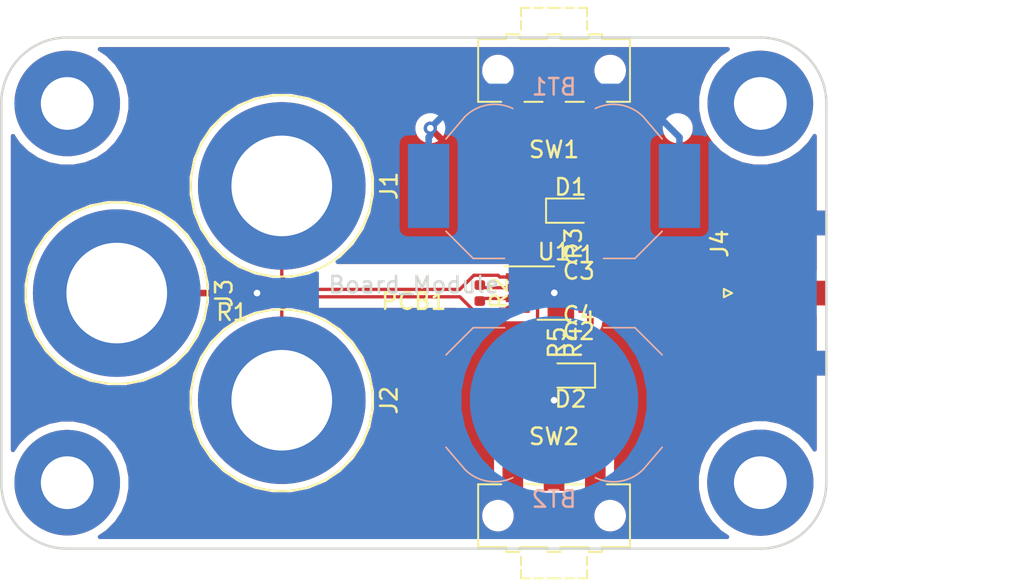
<source format=kicad_pcb>
(kicad_pcb (version 20171130) (host pcbnew "(5.1.2)-1")

  (general
    (thickness 1.6)
    (drawings 0)
    (tracks 75)
    (zones 0)
    (modules 21)
    (nets 20)
  )

  (page A4)
  (layers
    (0 F.Cu signal)
    (31 B.Cu signal)
    (32 B.Adhes user)
    (33 F.Adhes user)
    (34 B.Paste user)
    (35 F.Paste user)
    (36 B.SilkS user)
    (37 F.SilkS user)
    (38 B.Mask user)
    (39 F.Mask user)
    (40 Dwgs.User user hide)
    (41 Cmts.User user hide)
    (42 Eco1.User user hide)
    (43 Eco2.User user hide)
    (44 Edge.Cuts user)
    (45 Margin user)
    (46 B.CrtYd user)
    (47 F.CrtYd user)
    (48 B.Fab user hide)
    (49 F.Fab user hide)
  )

  (setup
    (last_trace_width 0.4)
    (user_trace_width 0.2)
    (user_trace_width 0.4)
    (trace_clearance 0.2)
    (zone_clearance 0.508)
    (zone_45_only no)
    (trace_min 0.2)
    (via_size 0.8)
    (via_drill 0.4)
    (via_min_size 0.4)
    (via_min_drill 0.3)
    (user_via 0.6 0.3)
    (uvia_size 0.3)
    (uvia_drill 0.1)
    (uvias_allowed no)
    (uvia_min_size 0.2)
    (uvia_min_drill 0.1)
    (edge_width 0.05)
    (segment_width 0.2)
    (pcb_text_width 0.3)
    (pcb_text_size 1.5 1.5)
    (mod_edge_width 0.12)
    (mod_text_size 1 1)
    (mod_text_width 0.15)
    (pad_size 1.524 1.524)
    (pad_drill 0.762)
    (pad_to_mask_clearance 0.051)
    (solder_mask_min_width 0.25)
    (aux_axis_origin 0 0)
    (visible_elements 7FFFFFFF)
    (pcbplotparams
      (layerselection 0x010fc_ffffffff)
      (usegerberextensions false)
      (usegerberattributes false)
      (usegerberadvancedattributes false)
      (creategerberjobfile false)
      (excludeedgelayer true)
      (linewidth 0.100000)
      (plotframeref false)
      (viasonmask false)
      (mode 1)
      (useauxorigin false)
      (hpglpennumber 1)
      (hpglpenspeed 20)
      (hpglpendiameter 15.000000)
      (psnegative false)
      (psa4output false)
      (plotreference true)
      (plotvalue true)
      (plotinvisibletext false)
      (padsonsilk false)
      (subtractmaskfromsilk false)
      (outputformat 1)
      (mirror false)
      (drillshape 1)
      (scaleselection 1)
      (outputdirectory ""))
  )

  (net 0 "")
  (net 1 GND)
  (net 2 VDD)
  (net 3 VEE)
  (net 4 "Net-(J4-Pad1)")
  (net 5 "Net-(J3-Pad1)")
  (net 6 "Net-(R2-Pad2)")
  (net 7 "Net-(R2-Pad1)")
  (net 8 "Net-(BT1-Pad1)")
  (net 9 "Net-(BT2-Pad2)")
  (net 10 "Net-(SW1-Pad3)")
  (net 11 /IN-)
  (net 12 /IN+)
  (net 13 "Net-(SW2-Pad1)")
  (net 14 "Net-(D1-Pad1)")
  (net 15 "Net-(D2-Pad2)")
  (net 16 "Net-(PCB1-Pad4)")
  (net 17 "Net-(PCB1-Pad3)")
  (net 18 "Net-(PCB1-Pad2)")
  (net 19 "Net-(PCB1-Pad1)")

  (net_class Default "This is the default net class."
    (clearance 0.2)
    (trace_width 0.25)
    (via_dia 0.8)
    (via_drill 0.4)
    (uvia_dia 0.3)
    (uvia_drill 0.1)
    (add_net /IN+)
    (add_net /IN-)
    (add_net GND)
    (add_net "Net-(BT1-Pad1)")
    (add_net "Net-(BT2-Pad2)")
    (add_net "Net-(D1-Pad1)")
    (add_net "Net-(D2-Pad2)")
    (add_net "Net-(J3-Pad1)")
    (add_net "Net-(J4-Pad1)")
    (add_net "Net-(R2-Pad1)")
    (add_net "Net-(R2-Pad2)")
    (add_net "Net-(SW1-Pad3)")
    (add_net "Net-(SW2-Pad1)")
    (add_net VDD)
    (add_net VEE)
  )

  (module Library:PCB_Board_50x31 (layer Cmts.User) (tedit 0) (tstamp 5D082BBD)
    (at 141.5 115)
    (path /5D079AE1)
    (fp_text reference PCB1 (at 0 0.5) (layer F.SilkS)
      (effects (font (size 1 1) (thickness 0.15)))
    )
    (fp_text value Board_Module (at 0 -0.5) (layer Edge.Cuts)
      (effects (font (size 1 1) (thickness 0.15)))
    )
    (fp_arc (start 21 11.5) (end 21 15.5) (angle -90) (layer Edge.Cuts) (width 0.15))
    (fp_arc (start -21 11.5) (end -25 11.5) (angle -90) (layer Edge.Cuts) (width 0.15))
    (fp_arc (start -21 -11.5) (end -21 -15.5) (angle -90) (layer Edge.Cuts) (width 0.15))
    (fp_arc (start 21 -11.5) (end 25 -11.5) (angle -90) (layer Edge.Cuts) (width 0.15))
    (fp_line (start -25 11.5) (end -25 -11.5) (layer Edge.Cuts) (width 0.15))
    (fp_line (start 21 15.5) (end -21 15.5) (layer Edge.Cuts) (width 0.15))
    (fp_line (start 25 -11.5) (end 25 11.5) (layer Edge.Cuts) (width 0.15))
    (fp_line (start -21 -15.5) (end 21 -15.5) (layer Edge.Cuts) (width 0.15))
    (pad 4 thru_hole circle (at 21 -11.5) (size 6.4 6.4) (drill 3.2) (layers *.Cu *.Mask)
      (net 16 "Net-(PCB1-Pad4)"))
    (pad 3 thru_hole circle (at 21 11.5) (size 6.44 6.44) (drill 3.2) (layers *.Cu *.Mask)
      (net 17 "Net-(PCB1-Pad3)"))
    (pad 2 thru_hole circle (at -21 11.5) (size 6.4 6.4) (drill 3.2) (layers *.Cu *.Mask)
      (net 18 "Net-(PCB1-Pad2)"))
    (pad 1 thru_hole circle (at -21 -11.5) (size 6.4 6.4) (drill 3.2) (layers *.Cu *.Mask)
      (net 19 "Net-(PCB1-Pad1)"))
  )

  (module Resistor_SMD:R_0402_1005Metric (layer F.Cu) (tedit 5B301BBD) (tstamp 5D07E6D3)
    (at 149 118 270)
    (descr "Resistor SMD 0402 (1005 Metric), square (rectangular) end terminal, IPC_7351 nominal, (Body size source: http://www.tortai-tech.com/upload/download/2011102023233369053.pdf), generated with kicad-footprint-generator")
    (tags resistor)
    (path /5D0BE28B)
    (attr smd)
    (fp_text reference R5 (at 0 -1.17 90) (layer F.SilkS)
      (effects (font (size 1 1) (thickness 0.15)))
    )
    (fp_text value 100R (at 0 1.17 90) (layer F.Fab)
      (effects (font (size 1 1) (thickness 0.15)))
    )
    (fp_text user %R (at 0 0 90) (layer F.Fab)
      (effects (font (size 0.25 0.25) (thickness 0.04)))
    )
    (fp_line (start 0.93 0.47) (end -0.93 0.47) (layer F.CrtYd) (width 0.05))
    (fp_line (start 0.93 -0.47) (end 0.93 0.47) (layer F.CrtYd) (width 0.05))
    (fp_line (start -0.93 -0.47) (end 0.93 -0.47) (layer F.CrtYd) (width 0.05))
    (fp_line (start -0.93 0.47) (end -0.93 -0.47) (layer F.CrtYd) (width 0.05))
    (fp_line (start 0.5 0.25) (end -0.5 0.25) (layer F.Fab) (width 0.1))
    (fp_line (start 0.5 -0.25) (end 0.5 0.25) (layer F.Fab) (width 0.1))
    (fp_line (start -0.5 -0.25) (end 0.5 -0.25) (layer F.Fab) (width 0.1))
    (fp_line (start -0.5 0.25) (end -0.5 -0.25) (layer F.Fab) (width 0.1))
    (pad 2 smd roundrect (at 0.485 0 270) (size 0.59 0.64) (layers F.Cu F.Paste F.Mask) (roundrect_rratio 0.25)
      (net 15 "Net-(D2-Pad2)"))
    (pad 1 smd roundrect (at -0.485 0 270) (size 0.59 0.64) (layers F.Cu F.Paste F.Mask) (roundrect_rratio 0.25)
      (net 14 "Net-(D1-Pad1)"))
    (model ${KISYS3DMOD}/Resistor_SMD.3dshapes/R_0402_1005Metric.wrl
      (at (xyz 0 0 0))
      (scale (xyz 1 1 1))
      (rotate (xyz 0 0 0))
    )
  )

  (module Resistor_SMD:R_0402_1005Metric (layer F.Cu) (tedit 5B301BBD) (tstamp 5D07E6C4)
    (at 150 118 270)
    (descr "Resistor SMD 0402 (1005 Metric), square (rectangular) end terminal, IPC_7351 nominal, (Body size source: http://www.tortai-tech.com/upload/download/2011102023233369053.pdf), generated with kicad-footprint-generator")
    (tags resistor)
    (path /5D0B563C)
    (attr smd)
    (fp_text reference R4 (at 0 -1.17 90) (layer F.SilkS)
      (effects (font (size 1 1) (thickness 0.15)))
    )
    (fp_text value 100R (at 0 1.17 90) (layer F.Fab)
      (effects (font (size 1 1) (thickness 0.15)))
    )
    (fp_text user %R (at 0 0 90) (layer F.Fab)
      (effects (font (size 0.25 0.25) (thickness 0.04)))
    )
    (fp_line (start 0.93 0.47) (end -0.93 0.47) (layer F.CrtYd) (width 0.05))
    (fp_line (start 0.93 -0.47) (end 0.93 0.47) (layer F.CrtYd) (width 0.05))
    (fp_line (start -0.93 -0.47) (end 0.93 -0.47) (layer F.CrtYd) (width 0.05))
    (fp_line (start -0.93 0.47) (end -0.93 -0.47) (layer F.CrtYd) (width 0.05))
    (fp_line (start 0.5 0.25) (end -0.5 0.25) (layer F.Fab) (width 0.1))
    (fp_line (start 0.5 -0.25) (end 0.5 0.25) (layer F.Fab) (width 0.1))
    (fp_line (start -0.5 -0.25) (end 0.5 -0.25) (layer F.Fab) (width 0.1))
    (fp_line (start -0.5 0.25) (end -0.5 -0.25) (layer F.Fab) (width 0.1))
    (pad 2 smd roundrect (at 0.485 0 270) (size 0.59 0.64) (layers F.Cu F.Paste F.Mask) (roundrect_rratio 0.25)
      (net 15 "Net-(D2-Pad2)"))
    (pad 1 smd roundrect (at -0.485 0 270) (size 0.59 0.64) (layers F.Cu F.Paste F.Mask) (roundrect_rratio 0.25)
      (net 1 GND))
    (model ${KISYS3DMOD}/Resistor_SMD.3dshapes/R_0402_1005Metric.wrl
      (at (xyz 0 0 0))
      (scale (xyz 1 1 1))
      (rotate (xyz 0 0 0))
    )
  )

  (module Resistor_SMD:R_0402_1005Metric (layer F.Cu) (tedit 5B301BBD) (tstamp 5D07E918)
    (at 150 112 270)
    (descr "Resistor SMD 0402 (1005 Metric), square (rectangular) end terminal, IPC_7351 nominal, (Body size source: http://www.tortai-tech.com/upload/download/2011102023233369053.pdf), generated with kicad-footprint-generator")
    (tags resistor)
    (path /5D0B5ED5)
    (attr smd)
    (fp_text reference R3 (at 0 -1.17 90) (layer F.SilkS)
      (effects (font (size 1 1) (thickness 0.15)))
    )
    (fp_text value 100R (at 0 1.17 90) (layer F.Fab)
      (effects (font (size 1 1) (thickness 0.15)))
    )
    (fp_text user %R (at 0 0 90) (layer F.Fab)
      (effects (font (size 0.25 0.25) (thickness 0.04)))
    )
    (fp_line (start 0.93 0.47) (end -0.93 0.47) (layer F.CrtYd) (width 0.05))
    (fp_line (start 0.93 -0.47) (end 0.93 0.47) (layer F.CrtYd) (width 0.05))
    (fp_line (start -0.93 -0.47) (end 0.93 -0.47) (layer F.CrtYd) (width 0.05))
    (fp_line (start -0.93 0.47) (end -0.93 -0.47) (layer F.CrtYd) (width 0.05))
    (fp_line (start 0.5 0.25) (end -0.5 0.25) (layer F.Fab) (width 0.1))
    (fp_line (start 0.5 -0.25) (end 0.5 0.25) (layer F.Fab) (width 0.1))
    (fp_line (start -0.5 -0.25) (end 0.5 -0.25) (layer F.Fab) (width 0.1))
    (fp_line (start -0.5 0.25) (end -0.5 -0.25) (layer F.Fab) (width 0.1))
    (pad 2 smd roundrect (at 0.485 0 270) (size 0.59 0.64) (layers F.Cu F.Paste F.Mask) (roundrect_rratio 0.25)
      (net 1 GND))
    (pad 1 smd roundrect (at -0.485 0 270) (size 0.59 0.64) (layers F.Cu F.Paste F.Mask) (roundrect_rratio 0.25)
      (net 14 "Net-(D1-Pad1)"))
    (model ${KISYS3DMOD}/Resistor_SMD.3dshapes/R_0402_1005Metric.wrl
      (at (xyz 0 0 0))
      (scale (xyz 1 1 1))
      (rotate (xyz 0 0 0))
    )
  )

  (module LED_SMD:LED_0603_1608Metric (layer F.Cu) (tedit 5B301BBE) (tstamp 5D07E5F4)
    (at 151 120 180)
    (descr "LED SMD 0603 (1608 Metric), square (rectangular) end terminal, IPC_7351 nominal, (Body size source: http://www.tortai-tech.com/upload/download/2011102023233369053.pdf), generated with kicad-footprint-generator")
    (tags diode)
    (path /5D0B6B39)
    (attr smd)
    (fp_text reference D2 (at 0 -1.43) (layer F.SilkS)
      (effects (font (size 1 1) (thickness 0.15)))
    )
    (fp_text value LED (at 0 1.43) (layer F.Fab)
      (effects (font (size 1 1) (thickness 0.15)))
    )
    (fp_text user %R (at 0 0) (layer F.Fab)
      (effects (font (size 0.4 0.4) (thickness 0.06)))
    )
    (fp_line (start 1.48 0.73) (end -1.48 0.73) (layer F.CrtYd) (width 0.05))
    (fp_line (start 1.48 -0.73) (end 1.48 0.73) (layer F.CrtYd) (width 0.05))
    (fp_line (start -1.48 -0.73) (end 1.48 -0.73) (layer F.CrtYd) (width 0.05))
    (fp_line (start -1.48 0.73) (end -1.48 -0.73) (layer F.CrtYd) (width 0.05))
    (fp_line (start -1.485 0.735) (end 0.8 0.735) (layer F.SilkS) (width 0.12))
    (fp_line (start -1.485 -0.735) (end -1.485 0.735) (layer F.SilkS) (width 0.12))
    (fp_line (start 0.8 -0.735) (end -1.485 -0.735) (layer F.SilkS) (width 0.12))
    (fp_line (start 0.8 0.4) (end 0.8 -0.4) (layer F.Fab) (width 0.1))
    (fp_line (start -0.8 0.4) (end 0.8 0.4) (layer F.Fab) (width 0.1))
    (fp_line (start -0.8 -0.1) (end -0.8 0.4) (layer F.Fab) (width 0.1))
    (fp_line (start -0.5 -0.4) (end -0.8 -0.1) (layer F.Fab) (width 0.1))
    (fp_line (start 0.8 -0.4) (end -0.5 -0.4) (layer F.Fab) (width 0.1))
    (pad 2 smd roundrect (at 0.7875 0 180) (size 0.875 0.95) (layers F.Cu F.Paste F.Mask) (roundrect_rratio 0.25)
      (net 15 "Net-(D2-Pad2)"))
    (pad 1 smd roundrect (at -0.7875 0 180) (size 0.875 0.95) (layers F.Cu F.Paste F.Mask) (roundrect_rratio 0.25)
      (net 3 VEE))
    (model ${KISYS3DMOD}/LED_SMD.3dshapes/LED_0603_1608Metric.wrl
      (at (xyz 0 0 0))
      (scale (xyz 1 1 1))
      (rotate (xyz 0 0 0))
    )
  )

  (module LED_SMD:LED_0603_1608Metric (layer F.Cu) (tedit 5B301BBE) (tstamp 5D07E9B2)
    (at 151 110)
    (descr "LED SMD 0603 (1608 Metric), square (rectangular) end terminal, IPC_7351 nominal, (Body size source: http://www.tortai-tech.com/upload/download/2011102023233369053.pdf), generated with kicad-footprint-generator")
    (tags diode)
    (path /5D0B7B02)
    (attr smd)
    (fp_text reference D1 (at 0 -1.43) (layer F.SilkS)
      (effects (font (size 1 1) (thickness 0.15)))
    )
    (fp_text value LED (at 0 1.43) (layer F.Fab)
      (effects (font (size 1 1) (thickness 0.15)))
    )
    (fp_text user %R (at 0 0) (layer F.Fab)
      (effects (font (size 0.4 0.4) (thickness 0.06)))
    )
    (fp_line (start 1.48 0.73) (end -1.48 0.73) (layer F.CrtYd) (width 0.05))
    (fp_line (start 1.48 -0.73) (end 1.48 0.73) (layer F.CrtYd) (width 0.05))
    (fp_line (start -1.48 -0.73) (end 1.48 -0.73) (layer F.CrtYd) (width 0.05))
    (fp_line (start -1.48 0.73) (end -1.48 -0.73) (layer F.CrtYd) (width 0.05))
    (fp_line (start -1.485 0.735) (end 0.8 0.735) (layer F.SilkS) (width 0.12))
    (fp_line (start -1.485 -0.735) (end -1.485 0.735) (layer F.SilkS) (width 0.12))
    (fp_line (start 0.8 -0.735) (end -1.485 -0.735) (layer F.SilkS) (width 0.12))
    (fp_line (start 0.8 0.4) (end 0.8 -0.4) (layer F.Fab) (width 0.1))
    (fp_line (start -0.8 0.4) (end 0.8 0.4) (layer F.Fab) (width 0.1))
    (fp_line (start -0.8 -0.1) (end -0.8 0.4) (layer F.Fab) (width 0.1))
    (fp_line (start -0.5 -0.4) (end -0.8 -0.1) (layer F.Fab) (width 0.1))
    (fp_line (start 0.8 -0.4) (end -0.5 -0.4) (layer F.Fab) (width 0.1))
    (pad 2 smd roundrect (at 0.7875 0) (size 0.875 0.95) (layers F.Cu F.Paste F.Mask) (roundrect_rratio 0.25)
      (net 2 VDD))
    (pad 1 smd roundrect (at -0.7875 0) (size 0.875 0.95) (layers F.Cu F.Paste F.Mask) (roundrect_rratio 0.25)
      (net 14 "Net-(D1-Pad1)"))
    (model ${KISYS3DMOD}/LED_SMD.3dshapes/LED_0603_1608Metric.wrl
      (at (xyz 0 0 0))
      (scale (xyz 1 1 1))
      (rotate (xyz 0 0 0))
    )
  )

  (module Button_Switch_SMD:SW_SPDT_CK-JS102011SAQN (layer F.Cu) (tedit 5A02FC95) (tstamp 5D07D041)
    (at 150 128.5)
    (descr http://www.ckswitches.com/media/1422/js.pdf)
    (tags "switch spdt")
    (path /5D09C405)
    (attr smd)
    (fp_text reference SW2 (at 0 -4.8) (layer F.SilkS)
      (effects (font (size 1 1) (thickness 0.15)))
    )
    (fp_text value SW_SPDT (at 0 -2.9) (layer F.Fab)
      (effects (font (size 1 1) (thickness 0.15)))
    )
    (fp_line (start -0.4 3.8) (end -0.4 3.8) (layer F.SilkS) (width 0.12))
    (fp_line (start 0.4 3.8) (end -0.4 3.8) (layer F.SilkS) (width 0.12))
    (fp_line (start 0.7 3.8) (end 0.7 3.8) (layer F.SilkS) (width 0.12))
    (fp_line (start 1.2 3.8) (end 0.7 3.8) (layer F.SilkS) (width 0.12))
    (fp_line (start -0.7 3.8) (end -0.7 3.8) (layer F.SilkS) (width 0.12))
    (fp_line (start -1.2 3.8) (end -0.7 3.8) (layer F.SilkS) (width 0.12))
    (fp_line (start -2 2.5) (end -2 2.5) (layer F.SilkS) (width 0.12))
    (fp_line (start -2 3) (end -2 2.5) (layer F.SilkS) (width 0.12))
    (fp_line (start 2 2.5) (end 2 2.5) (layer F.SilkS) (width 0.12))
    (fp_line (start 2 3) (end 2 2.5) (layer F.SilkS) (width 0.12))
    (fp_line (start 2 3.3) (end 2 3.3) (layer F.SilkS) (width 0.12))
    (fp_line (start 2 3.8) (end 2 3.3) (layer F.SilkS) (width 0.12))
    (fp_line (start 1.5 3.8) (end 1.5 3.8) (layer F.SilkS) (width 0.12))
    (fp_line (start 2 3.8) (end 1.5 3.8) (layer F.SilkS) (width 0.12))
    (fp_line (start -1.5 3.8) (end -1.5 3.8) (layer F.SilkS) (width 0.12))
    (fp_line (start -2 3.8) (end -1.5 3.8) (layer F.SilkS) (width 0.12))
    (fp_line (start -2 3.3) (end -2 3.3) (layer F.SilkS) (width 0.12))
    (fp_line (start -2 3.8) (end -2 3.3) (layer F.SilkS) (width 0.12))
    (fp_line (start -5 -2.25) (end -5 -2.25) (layer F.CrtYd) (width 0.05))
    (fp_line (start -3.5 -2.25) (end -5 -2.25) (layer F.CrtYd) (width 0.05))
    (fp_line (start -3.5 -4.5) (end -3.5 -2.25) (layer F.CrtYd) (width 0.05))
    (fp_line (start 3.5 -4.5) (end -3.5 -4.5) (layer F.CrtYd) (width 0.05))
    (fp_line (start 3.5 -2.25) (end 3.5 -4.5) (layer F.CrtYd) (width 0.05))
    (fp_line (start 5 -2.25) (end 3.5 -2.25) (layer F.CrtYd) (width 0.05))
    (fp_line (start 5 2.25) (end 5 -2.25) (layer F.CrtYd) (width 0.05))
    (fp_line (start 3.25 2.25) (end 5 2.25) (layer F.CrtYd) (width 0.05))
    (fp_line (start 3.25 2.5) (end 3.25 2.25) (layer F.CrtYd) (width 0.05))
    (fp_line (start 2.5 2.5) (end 3.25 2.5) (layer F.CrtYd) (width 0.05))
    (fp_line (start 2.5 4.25) (end 2.5 2.5) (layer F.CrtYd) (width 0.05))
    (fp_line (start -2.5 4.25) (end 2.5 4.25) (layer F.CrtYd) (width 0.05))
    (fp_line (start -2.5 2.75) (end -2.5 4.25) (layer F.CrtYd) (width 0.05))
    (fp_line (start -3.25 2.75) (end -2.5 2.75) (layer F.CrtYd) (width 0.05))
    (fp_line (start -3.25 2.25) (end -3.25 2.75) (layer F.CrtYd) (width 0.05))
    (fp_line (start -5 2.25) (end -3.25 2.25) (layer F.CrtYd) (width 0.05))
    (fp_line (start -5 -2.25) (end -5 2.25) (layer F.CrtYd) (width 0.05))
    (fp_line (start -2 1.8) (end -2 1.8) (layer F.Fab) (width 0.1))
    (fp_line (start -2 3.8) (end -2 1.8) (layer F.Fab) (width 0.1))
    (fp_line (start -0.5 3.8) (end -2 3.8) (layer F.Fab) (width 0.1))
    (fp_line (start -0.5 1.8) (end -0.5 3.8) (layer F.Fab) (width 0.1))
    (fp_line (start -4.6 1.9) (end -4.6 1.9) (layer F.SilkS) (width 0.12))
    (fp_line (start -2.9 1.9) (end -4.6 1.9) (layer F.SilkS) (width 0.12))
    (fp_line (start -2.9 2.2) (end -2.9 1.9) (layer F.SilkS) (width 0.12))
    (fp_line (start -2.1 2.2) (end -2.9 2.2) (layer F.SilkS) (width 0.12))
    (fp_line (start -2.1 1.9) (end -2.1 2.2) (layer F.SilkS) (width 0.12))
    (fp_line (start -0.4 1.9) (end -2.1 1.9) (layer F.SilkS) (width 0.12))
    (fp_line (start -0.4 2.2) (end -0.4 1.9) (layer F.SilkS) (width 0.12))
    (fp_line (start 0.4 2.2) (end -0.4 2.2) (layer F.SilkS) (width 0.12))
    (fp_line (start 0.4 1.9) (end 0.4 2.2) (layer F.SilkS) (width 0.12))
    (fp_line (start 2.1 1.9) (end 0.4 1.9) (layer F.SilkS) (width 0.12))
    (fp_line (start 2.1 2.2) (end 2.1 1.9) (layer F.SilkS) (width 0.12))
    (fp_line (start 2.9 2.2) (end 2.1 2.2) (layer F.SilkS) (width 0.12))
    (fp_line (start 2.9 1.9) (end 2.9 2.2) (layer F.SilkS) (width 0.12))
    (fp_line (start 4.6 1.9) (end 2.9 1.9) (layer F.SilkS) (width 0.12))
    (fp_line (start 2.8 1.8) (end 2.8 1.8) (layer F.Fab) (width 0.1))
    (fp_line (start 2.8 2.1) (end 2.8 1.8) (layer F.Fab) (width 0.1))
    (fp_line (start 2.2 2.1) (end 2.8 2.1) (layer F.Fab) (width 0.1))
    (fp_line (start 2.2 1.8) (end 2.2 2.1) (layer F.Fab) (width 0.1))
    (fp_line (start -2.8 1.8) (end -2.8 1.8) (layer F.Fab) (width 0.1))
    (fp_line (start -2.8 2.1) (end -2.8 1.8) (layer F.Fab) (width 0.1))
    (fp_line (start -2.2 2.1) (end -2.8 2.1) (layer F.Fab) (width 0.1))
    (fp_line (start -2.2 1.8) (end -2.2 2.1) (layer F.Fab) (width 0.1))
    (fp_line (start -0.3 1.8) (end -0.3 1.8) (layer F.Fab) (width 0.1))
    (fp_line (start -0.3 2.1) (end -0.3 1.8) (layer F.Fab) (width 0.1))
    (fp_line (start 0.3 2.1) (end -0.3 2.1) (layer F.Fab) (width 0.1))
    (fp_line (start 0.3 1.8) (end 0.3 2.1) (layer F.Fab) (width 0.1))
    (fp_line (start -1.8 -1.9) (end -1.8 -1.9) (layer F.SilkS) (width 0.12))
    (fp_line (start -0.7 -1.9) (end -1.8 -1.9) (layer F.SilkS) (width 0.12))
    (fp_line (start 0.7 -1.9) (end 0.7 -1.9) (layer F.SilkS) (width 0.12))
    (fp_line (start 1.8 -1.9) (end 0.7 -1.9) (layer F.SilkS) (width 0.12))
    (fp_line (start -4.6 -1.9) (end -3.2 -1.9) (layer F.SilkS) (width 0.12))
    (fp_line (start -4.6 1.9) (end -4.6 -1.9) (layer F.SilkS) (width 0.12))
    (fp_line (start 4.6 -1.9) (end 4.6 1.9) (layer F.SilkS) (width 0.12))
    (fp_line (start 3.2 -1.9) (end 4.6 -1.9) (layer F.SilkS) (width 0.12))
    (fp_line (start -1.5 1.8) (end -1.5 1.8) (layer F.Fab) (width 0.1))
    (fp_text user %R (at 0 0) (layer F.Fab)
      (effects (font (size 1 1) (thickness 0.15)))
    )
    (fp_line (start -4.5 1.8) (end -4.5 1.8) (layer F.Fab) (width 0.1))
    (fp_line (start -4.5 -1.8) (end -4.5 1.8) (layer F.Fab) (width 0.1))
    (fp_line (start -4.5 1.8) (end -4.5 1.8) (layer F.Fab) (width 0.1))
    (fp_line (start -4.4 1.8) (end -4.5 1.8) (layer F.Fab) (width 0.1))
    (fp_line (start 4.5 1.8) (end -4.4 1.8) (layer F.Fab) (width 0.1))
    (fp_line (start 4.5 -1.8) (end 4.5 1.8) (layer F.Fab) (width 0.1))
    (fp_line (start -4.5 -1.8) (end 4.5 -1.8) (layer F.Fab) (width 0.1))
    (pad "" np_thru_hole circle (at 3.4 0) (size 0.9 0.9) (drill 0.9) (layers *.Cu *.Mask))
    (pad "" np_thru_hole circle (at -3.4 0) (size 0.9 0.9) (drill 0.9) (layers *.Cu *.Mask))
    (pad 3 smd rect (at 2.5 -2.75) (size 1.25 2.5) (layers F.Cu F.Paste F.Mask)
      (net 3 VEE))
    (pad 2 smd rect (at 0 -2.75) (size 1.25 2.5) (layers F.Cu F.Paste F.Mask)
      (net 9 "Net-(BT2-Pad2)"))
    (pad 1 smd rect (at -2.5 -2.75) (size 1.25 2.5) (layers F.Cu F.Paste F.Mask)
      (net 13 "Net-(SW2-Pad1)"))
    (model ${KISYS3DMOD}/Button_Switch_SMD.3dshapes/SW_SPDT_CK-JS102011SAQN.wrl
      (at (xyz 0 0 0))
      (scale (xyz 1 1 1))
      (rotate (xyz 0 0 0))
    )
  )

  (module Button_Switch_SMD:SW_SPDT_CK-JS102011SAQN (layer F.Cu) (tedit 5A02FC95) (tstamp 5D07D370)
    (at 150 101.5 180)
    (descr http://www.ckswitches.com/media/1422/js.pdf)
    (tags "switch spdt")
    (path /5D0908D9)
    (attr smd)
    (fp_text reference SW1 (at 0 -4.8) (layer F.SilkS)
      (effects (font (size 1 1) (thickness 0.15)))
    )
    (fp_text value SW_SPDT (at 0 -2.9) (layer F.Fab)
      (effects (font (size 1 1) (thickness 0.15)))
    )
    (fp_line (start -0.4 3.8) (end -0.4 3.8) (layer F.SilkS) (width 0.12))
    (fp_line (start 0.4 3.8) (end -0.4 3.8) (layer F.SilkS) (width 0.12))
    (fp_line (start 0.7 3.8) (end 0.7 3.8) (layer F.SilkS) (width 0.12))
    (fp_line (start 1.2 3.8) (end 0.7 3.8) (layer F.SilkS) (width 0.12))
    (fp_line (start -0.7 3.8) (end -0.7 3.8) (layer F.SilkS) (width 0.12))
    (fp_line (start -1.2 3.8) (end -0.7 3.8) (layer F.SilkS) (width 0.12))
    (fp_line (start -2 2.5) (end -2 2.5) (layer F.SilkS) (width 0.12))
    (fp_line (start -2 3) (end -2 2.5) (layer F.SilkS) (width 0.12))
    (fp_line (start 2 2.5) (end 2 2.5) (layer F.SilkS) (width 0.12))
    (fp_line (start 2 3) (end 2 2.5) (layer F.SilkS) (width 0.12))
    (fp_line (start 2 3.3) (end 2 3.3) (layer F.SilkS) (width 0.12))
    (fp_line (start 2 3.8) (end 2 3.3) (layer F.SilkS) (width 0.12))
    (fp_line (start 1.5 3.8) (end 1.5 3.8) (layer F.SilkS) (width 0.12))
    (fp_line (start 2 3.8) (end 1.5 3.8) (layer F.SilkS) (width 0.12))
    (fp_line (start -1.5 3.8) (end -1.5 3.8) (layer F.SilkS) (width 0.12))
    (fp_line (start -2 3.8) (end -1.5 3.8) (layer F.SilkS) (width 0.12))
    (fp_line (start -2 3.3) (end -2 3.3) (layer F.SilkS) (width 0.12))
    (fp_line (start -2 3.8) (end -2 3.3) (layer F.SilkS) (width 0.12))
    (fp_line (start -5 -2.25) (end -5 -2.25) (layer F.CrtYd) (width 0.05))
    (fp_line (start -3.5 -2.25) (end -5 -2.25) (layer F.CrtYd) (width 0.05))
    (fp_line (start -3.5 -4.5) (end -3.5 -2.25) (layer F.CrtYd) (width 0.05))
    (fp_line (start 3.5 -4.5) (end -3.5 -4.5) (layer F.CrtYd) (width 0.05))
    (fp_line (start 3.5 -2.25) (end 3.5 -4.5) (layer F.CrtYd) (width 0.05))
    (fp_line (start 5 -2.25) (end 3.5 -2.25) (layer F.CrtYd) (width 0.05))
    (fp_line (start 5 2.25) (end 5 -2.25) (layer F.CrtYd) (width 0.05))
    (fp_line (start 3.25 2.25) (end 5 2.25) (layer F.CrtYd) (width 0.05))
    (fp_line (start 3.25 2.5) (end 3.25 2.25) (layer F.CrtYd) (width 0.05))
    (fp_line (start 2.5 2.5) (end 3.25 2.5) (layer F.CrtYd) (width 0.05))
    (fp_line (start 2.5 4.25) (end 2.5 2.5) (layer F.CrtYd) (width 0.05))
    (fp_line (start -2.5 4.25) (end 2.5 4.25) (layer F.CrtYd) (width 0.05))
    (fp_line (start -2.5 2.75) (end -2.5 4.25) (layer F.CrtYd) (width 0.05))
    (fp_line (start -3.25 2.75) (end -2.5 2.75) (layer F.CrtYd) (width 0.05))
    (fp_line (start -3.25 2.25) (end -3.25 2.75) (layer F.CrtYd) (width 0.05))
    (fp_line (start -5 2.25) (end -3.25 2.25) (layer F.CrtYd) (width 0.05))
    (fp_line (start -5 -2.25) (end -5 2.25) (layer F.CrtYd) (width 0.05))
    (fp_line (start -2 1.8) (end -2 1.8) (layer F.Fab) (width 0.1))
    (fp_line (start -2 3.8) (end -2 1.8) (layer F.Fab) (width 0.1))
    (fp_line (start -0.5 3.8) (end -2 3.8) (layer F.Fab) (width 0.1))
    (fp_line (start -0.5 1.8) (end -0.5 3.8) (layer F.Fab) (width 0.1))
    (fp_line (start -4.6 1.9) (end -4.6 1.9) (layer F.SilkS) (width 0.12))
    (fp_line (start -2.9 1.9) (end -4.6 1.9) (layer F.SilkS) (width 0.12))
    (fp_line (start -2.9 2.2) (end -2.9 1.9) (layer F.SilkS) (width 0.12))
    (fp_line (start -2.1 2.2) (end -2.9 2.2) (layer F.SilkS) (width 0.12))
    (fp_line (start -2.1 1.9) (end -2.1 2.2) (layer F.SilkS) (width 0.12))
    (fp_line (start -0.4 1.9) (end -2.1 1.9) (layer F.SilkS) (width 0.12))
    (fp_line (start -0.4 2.2) (end -0.4 1.9) (layer F.SilkS) (width 0.12))
    (fp_line (start 0.4 2.2) (end -0.4 2.2) (layer F.SilkS) (width 0.12))
    (fp_line (start 0.4 1.9) (end 0.4 2.2) (layer F.SilkS) (width 0.12))
    (fp_line (start 2.1 1.9) (end 0.4 1.9) (layer F.SilkS) (width 0.12))
    (fp_line (start 2.1 2.2) (end 2.1 1.9) (layer F.SilkS) (width 0.12))
    (fp_line (start 2.9 2.2) (end 2.1 2.2) (layer F.SilkS) (width 0.12))
    (fp_line (start 2.9 1.9) (end 2.9 2.2) (layer F.SilkS) (width 0.12))
    (fp_line (start 4.6 1.9) (end 2.9 1.9) (layer F.SilkS) (width 0.12))
    (fp_line (start 2.8 1.8) (end 2.8 1.8) (layer F.Fab) (width 0.1))
    (fp_line (start 2.8 2.1) (end 2.8 1.8) (layer F.Fab) (width 0.1))
    (fp_line (start 2.2 2.1) (end 2.8 2.1) (layer F.Fab) (width 0.1))
    (fp_line (start 2.2 1.8) (end 2.2 2.1) (layer F.Fab) (width 0.1))
    (fp_line (start -2.8 1.8) (end -2.8 1.8) (layer F.Fab) (width 0.1))
    (fp_line (start -2.8 2.1) (end -2.8 1.8) (layer F.Fab) (width 0.1))
    (fp_line (start -2.2 2.1) (end -2.8 2.1) (layer F.Fab) (width 0.1))
    (fp_line (start -2.2 1.8) (end -2.2 2.1) (layer F.Fab) (width 0.1))
    (fp_line (start -0.3 1.8) (end -0.3 1.8) (layer F.Fab) (width 0.1))
    (fp_line (start -0.3 2.1) (end -0.3 1.8) (layer F.Fab) (width 0.1))
    (fp_line (start 0.3 2.1) (end -0.3 2.1) (layer F.Fab) (width 0.1))
    (fp_line (start 0.3 1.8) (end 0.3 2.1) (layer F.Fab) (width 0.1))
    (fp_line (start -1.8 -1.9) (end -1.8 -1.9) (layer F.SilkS) (width 0.12))
    (fp_line (start -0.7 -1.9) (end -1.8 -1.9) (layer F.SilkS) (width 0.12))
    (fp_line (start 0.7 -1.9) (end 0.7 -1.9) (layer F.SilkS) (width 0.12))
    (fp_line (start 1.8 -1.9) (end 0.7 -1.9) (layer F.SilkS) (width 0.12))
    (fp_line (start -4.6 -1.9) (end -3.2 -1.9) (layer F.SilkS) (width 0.12))
    (fp_line (start -4.6 1.9) (end -4.6 -1.9) (layer F.SilkS) (width 0.12))
    (fp_line (start 4.6 -1.9) (end 4.6 1.9) (layer F.SilkS) (width 0.12))
    (fp_line (start 3.2 -1.9) (end 4.6 -1.9) (layer F.SilkS) (width 0.12))
    (fp_line (start -1.5 1.8) (end -1.5 1.8) (layer F.Fab) (width 0.1))
    (fp_text user %R (at 0 0) (layer F.Fab)
      (effects (font (size 1 1) (thickness 0.15)))
    )
    (fp_line (start -4.5 1.8) (end -4.5 1.8) (layer F.Fab) (width 0.1))
    (fp_line (start -4.5 -1.8) (end -4.5 1.8) (layer F.Fab) (width 0.1))
    (fp_line (start -4.5 1.8) (end -4.5 1.8) (layer F.Fab) (width 0.1))
    (fp_line (start -4.4 1.8) (end -4.5 1.8) (layer F.Fab) (width 0.1))
    (fp_line (start 4.5 1.8) (end -4.4 1.8) (layer F.Fab) (width 0.1))
    (fp_line (start 4.5 -1.8) (end 4.5 1.8) (layer F.Fab) (width 0.1))
    (fp_line (start -4.5 -1.8) (end 4.5 -1.8) (layer F.Fab) (width 0.1))
    (pad "" np_thru_hole circle (at 3.4 0 180) (size 0.9 0.9) (drill 0.9) (layers *.Cu *.Mask))
    (pad "" np_thru_hole circle (at -3.4 0 180) (size 0.9 0.9) (drill 0.9) (layers *.Cu *.Mask))
    (pad 3 smd rect (at 2.5 -2.75 180) (size 1.25 2.5) (layers F.Cu F.Paste F.Mask)
      (net 10 "Net-(SW1-Pad3)"))
    (pad 2 smd rect (at 0 -2.75 180) (size 1.25 2.5) (layers F.Cu F.Paste F.Mask)
      (net 8 "Net-(BT1-Pad1)"))
    (pad 1 smd rect (at -2.5 -2.75 180) (size 1.25 2.5) (layers F.Cu F.Paste F.Mask)
      (net 2 VDD))
    (model ${KISYS3DMOD}/Button_Switch_SMD.3dshapes/SW_SPDT_CK-JS102011SAQN.wrl
      (at (xyz 0 0 0))
      (scale (xyz 1 1 1))
      (rotate (xyz 0 0 0))
    )
  )

  (module Connector:Banana_Jack_1Pin (layer F.Cu) (tedit 5A1AB217) (tstamp 5D07D1BB)
    (at 123.5 115 270)
    (descr "Single banana socket, footprint - 6mm drill")
    (tags "banana socket")
    (path /5D082917)
    (fp_text reference J3 (at 0 -6.5 90) (layer F.SilkS)
      (effects (font (size 1 1) (thickness 0.15)))
    )
    (fp_text value Conn_01x01_Male (at -0.25 6.5 90) (layer F.Fab)
      (effects (font (size 1 1) (thickness 0.15)))
    )
    (fp_circle (center 0 0) (end 5.5 0) (layer F.SilkS) (width 0.12))
    (fp_circle (center 0 0) (end 4.85 0.05) (layer F.Fab) (width 0.1))
    (fp_circle (center 0 0) (end 2 0) (layer F.Fab) (width 0.1))
    (fp_circle (center 0 0) (end 5.75 0) (layer F.CrtYd) (width 0.05))
    (fp_text user %R (at 0 0 90) (layer F.Fab)
      (effects (font (size 0.8 0.8) (thickness 0.12)))
    )
    (pad 1 thru_hole circle (at 0 0 270) (size 10.16 10.16) (drill 6.1) (layers *.Cu *.Mask)
      (net 5 "Net-(J3-Pad1)"))
    (model ${KISYS3DMOD}/Connector.3dshapes/Banana_Jack_1Pin.wrl
      (at (xyz 0 0 0))
      (scale (xyz 2 2 2))
      (rotate (xyz 0 0 0))
    )
  )

  (module Connector:Banana_Jack_1Pin (layer F.Cu) (tedit 5A1AB217) (tstamp 5D0785A7)
    (at 133.5 121.5 270)
    (descr "Single banana socket, footprint - 6mm drill")
    (tags "banana socket")
    (path /5D081FE4)
    (fp_text reference J2 (at 0 -6.5 90) (layer F.SilkS)
      (effects (font (size 1 1) (thickness 0.15)))
    )
    (fp_text value Conn_01x01_Male (at -0.25 6.5 90) (layer F.Fab)
      (effects (font (size 1 1) (thickness 0.15)))
    )
    (fp_circle (center 0 0) (end 5.5 0) (layer F.SilkS) (width 0.12))
    (fp_circle (center 0 0) (end 4.85 0.05) (layer F.Fab) (width 0.1))
    (fp_circle (center 0 0) (end 2 0) (layer F.Fab) (width 0.1))
    (fp_circle (center 0 0) (end 5.75 0) (layer F.CrtYd) (width 0.05))
    (fp_text user %R (at 0 0 90) (layer F.Fab)
      (effects (font (size 0.8 0.8) (thickness 0.12)))
    )
    (pad 1 thru_hole circle (at 0 0 270) (size 10.16 10.16) (drill 6.1) (layers *.Cu *.Mask)
      (net 12 /IN+))
    (model ${KISYS3DMOD}/Connector.3dshapes/Banana_Jack_1Pin.wrl
      (at (xyz 0 0 0))
      (scale (xyz 2 2 2))
      (rotate (xyz 0 0 0))
    )
  )

  (module Connector:Banana_Jack_1Pin (layer F.Cu) (tedit 5A1AB217) (tstamp 5D07859D)
    (at 133.5 108.5 270)
    (descr "Single banana socket, footprint - 6mm drill")
    (tags "banana socket")
    (path /5D081959)
    (fp_text reference J1 (at 0 -6.5 90) (layer F.SilkS)
      (effects (font (size 1 1) (thickness 0.15)))
    )
    (fp_text value Conn_01x01_Male (at -0.25 6.5 90) (layer F.Fab)
      (effects (font (size 1 1) (thickness 0.15)))
    )
    (fp_circle (center 0 0) (end 5.5 0) (layer F.SilkS) (width 0.12))
    (fp_circle (center 0 0) (end 4.85 0.05) (layer F.Fab) (width 0.1))
    (fp_circle (center 0 0) (end 2 0) (layer F.Fab) (width 0.1))
    (fp_circle (center 0 0) (end 5.75 0) (layer F.CrtYd) (width 0.05))
    (fp_text user %R (at 0 0 90) (layer F.Fab)
      (effects (font (size 0.8 0.8) (thickness 0.12)))
    )
    (pad 1 thru_hole circle (at 0 0 270) (size 10.16 10.16) (drill 6.1) (layers *.Cu *.Mask)
      (net 11 /IN-))
    (model ${KISYS3DMOD}/Connector.3dshapes/Banana_Jack_1Pin.wrl
      (at (xyz 0 0 0))
      (scale (xyz 2 2 2))
      (rotate (xyz 0 0 0))
    )
  )

  (module Package_SO:VSSOP-8_3.0x3.0mm_P0.65mm (layer F.Cu) (tedit 5A02F25C) (tstamp 5D07895C)
    (at 150 115)
    (descr "VSSOP-8 3.0 x 3.0, http://www.ti.com/lit/ds/symlink/lm75b.pdf")
    (tags "VSSOP-8 3.0 x 3.0")
    (path /5D0783EB)
    (attr smd)
    (fp_text reference U1 (at 0 -2.5) (layer F.SilkS)
      (effects (font (size 1 1) (thickness 0.15)))
    )
    (fp_text value INA826 (at 0.02 2.73) (layer F.Fab)
      (effects (font (size 1 1) (thickness 0.15)))
    )
    (fp_text user %R (at 0 0) (layer F.Fab)
      (effects (font (size 0.5 0.5) (thickness 0.1)))
    )
    (fp_line (start 1.5 -1.5) (end 1.5 1.5) (layer F.Fab) (width 0.1))
    (fp_line (start 1.5 1.5) (end -1.5 1.5) (layer F.Fab) (width 0.1))
    (fp_line (start -1.5 1.5) (end -1.5 -0.5) (layer F.Fab) (width 0.1))
    (fp_line (start -0.5 -1.5) (end 1.5 -1.5) (layer F.Fab) (width 0.1))
    (fp_line (start -0.5 -1.5) (end -1.5 -0.5) (layer F.Fab) (width 0.1))
    (fp_line (start 0 -1.62) (end -3 -1.62) (layer F.SilkS) (width 0.12))
    (fp_line (start 1 1.62) (end -1 1.62) (layer F.SilkS) (width 0.12))
    (fp_line (start 3.48 -1.75) (end 3.48 1.75) (layer F.CrtYd) (width 0.05))
    (fp_line (start 3.48 1.75) (end -3.48 1.75) (layer F.CrtYd) (width 0.05))
    (fp_line (start -3.48 1.75) (end -3.48 -1.75) (layer F.CrtYd) (width 0.05))
    (fp_line (start -3.48 -1.75) (end 3.48 -1.75) (layer F.CrtYd) (width 0.05))
    (pad 8 smd rect (at 2.2 -0.975 270) (size 0.45 1.45) (layers F.Cu F.Paste F.Mask)
      (net 2 VDD))
    (pad 7 smd rect (at 2.2 -0.325 270) (size 0.45 1.45) (layers F.Cu F.Paste F.Mask)
      (net 4 "Net-(J4-Pad1)"))
    (pad 6 smd rect (at 2.2 0.325 270) (size 0.45 1.45) (layers F.Cu F.Paste F.Mask)
      (net 1 GND))
    (pad 5 smd rect (at 2.2 0.975 270) (size 0.45 1.45) (layers F.Cu F.Paste F.Mask)
      (net 3 VEE))
    (pad 4 smd rect (at -2.2 0.975 270) (size 0.45 1.45) (layers F.Cu F.Paste F.Mask)
      (net 12 /IN+))
    (pad 3 smd rect (at -2.2 0.325 270) (size 0.45 1.45) (layers F.Cu F.Paste F.Mask)
      (net 6 "Net-(R2-Pad2)"))
    (pad 2 smd rect (at -2.2 -0.325 270) (size 0.45 1.45) (layers F.Cu F.Paste F.Mask)
      (net 7 "Net-(R2-Pad1)"))
    (pad 1 smd rect (at -2.2 -0.975 270) (size 0.45 1.45) (layers F.Cu F.Paste F.Mask)
      (net 11 /IN-))
    (model ${KISYS3DMOD}/Package_SO.3dshapes/VSSOP-8_3.0x3.0mm_P0.65mm.wrl
      (at (xyz 0 0 0))
      (scale (xyz 1 1 1))
      (rotate (xyz 0 0 0))
    )
  )

  (module Resistor_SMD:R_0402_1005Metric (layer F.Cu) (tedit 5B301BBD) (tstamp 5D077B31)
    (at 145.5 115 270)
    (descr "Resistor SMD 0402 (1005 Metric), square (rectangular) end terminal, IPC_7351 nominal, (Body size source: http://www.tortai-tech.com/upload/download/2011102023233369053.pdf), generated with kicad-footprint-generator")
    (tags resistor)
    (path /5D07C5E8)
    (attr smd)
    (fp_text reference R2 (at 0 -1.17 90) (layer F.SilkS)
      (effects (font (size 1 1) (thickness 0.15)))
    )
    (fp_text value 100R (at 0 1.17 90) (layer F.Fab)
      (effects (font (size 1 1) (thickness 0.15)))
    )
    (fp_text user %R (at 0 0 90) (layer F.Fab)
      (effects (font (size 0.25 0.25) (thickness 0.04)))
    )
    (fp_line (start 0.93 0.47) (end -0.93 0.47) (layer F.CrtYd) (width 0.05))
    (fp_line (start 0.93 -0.47) (end 0.93 0.47) (layer F.CrtYd) (width 0.05))
    (fp_line (start -0.93 -0.47) (end 0.93 -0.47) (layer F.CrtYd) (width 0.05))
    (fp_line (start -0.93 0.47) (end -0.93 -0.47) (layer F.CrtYd) (width 0.05))
    (fp_line (start 0.5 0.25) (end -0.5 0.25) (layer F.Fab) (width 0.1))
    (fp_line (start 0.5 -0.25) (end 0.5 0.25) (layer F.Fab) (width 0.1))
    (fp_line (start -0.5 -0.25) (end 0.5 -0.25) (layer F.Fab) (width 0.1))
    (fp_line (start -0.5 0.25) (end -0.5 -0.25) (layer F.Fab) (width 0.1))
    (pad 2 smd roundrect (at 0.485 0 270) (size 0.59 0.64) (layers F.Cu F.Paste F.Mask) (roundrect_rratio 0.25)
      (net 6 "Net-(R2-Pad2)"))
    (pad 1 smd roundrect (at -0.485 0 270) (size 0.59 0.64) (layers F.Cu F.Paste F.Mask) (roundrect_rratio 0.25)
      (net 7 "Net-(R2-Pad1)"))
    (model ${KISYS3DMOD}/Resistor_SMD.3dshapes/R_0402_1005Metric.wrl
      (at (xyz 0 0 0))
      (scale (xyz 1 1 1))
      (rotate (xyz 0 0 0))
    )
  )

  (module Resistor_SMD:R_0402_1005Metric (layer F.Cu) (tedit 5B301BBD) (tstamp 5D078FCF)
    (at 130.5 115 180)
    (descr "Resistor SMD 0402 (1005 Metric), square (rectangular) end terminal, IPC_7351 nominal, (Body size source: http://www.tortai-tech.com/upload/download/2011102023233369053.pdf), generated with kicad-footprint-generator")
    (tags resistor)
    (path /5D082CFC)
    (attr smd)
    (fp_text reference R1 (at 0 -1.17) (layer F.SilkS)
      (effects (font (size 1 1) (thickness 0.15)))
    )
    (fp_text value 10R (at 0 1.17) (layer F.Fab)
      (effects (font (size 1 1) (thickness 0.15)))
    )
    (fp_text user %R (at 0 0) (layer F.Fab)
      (effects (font (size 0.25 0.25) (thickness 0.04)))
    )
    (fp_line (start 0.93 0.47) (end -0.93 0.47) (layer F.CrtYd) (width 0.05))
    (fp_line (start 0.93 -0.47) (end 0.93 0.47) (layer F.CrtYd) (width 0.05))
    (fp_line (start -0.93 -0.47) (end 0.93 -0.47) (layer F.CrtYd) (width 0.05))
    (fp_line (start -0.93 0.47) (end -0.93 -0.47) (layer F.CrtYd) (width 0.05))
    (fp_line (start 0.5 0.25) (end -0.5 0.25) (layer F.Fab) (width 0.1))
    (fp_line (start 0.5 -0.25) (end 0.5 0.25) (layer F.Fab) (width 0.1))
    (fp_line (start -0.5 -0.25) (end 0.5 -0.25) (layer F.Fab) (width 0.1))
    (fp_line (start -0.5 0.25) (end -0.5 -0.25) (layer F.Fab) (width 0.1))
    (pad 2 smd roundrect (at 0.485 0 180) (size 0.59 0.64) (layers F.Cu F.Paste F.Mask) (roundrect_rratio 0.25)
      (net 5 "Net-(J3-Pad1)"))
    (pad 1 smd roundrect (at -0.485 0 180) (size 0.59 0.64) (layers F.Cu F.Paste F.Mask) (roundrect_rratio 0.25)
      (net 1 GND))
    (model ${KISYS3DMOD}/Resistor_SMD.3dshapes/R_0402_1005Metric.wrl
      (at (xyz 0 0 0))
      (scale (xyz 1 1 1))
      (rotate (xyz 0 0 0))
    )
  )

  (module Connector_Coaxial:SMA_Amphenol_132289_EdgeMount (layer F.Cu) (tedit 5A1C1810) (tstamp 5D077B13)
    (at 164 115)
    (descr http://www.amphenolrf.com/132289.html)
    (tags SMA)
    (path /5D0802FA)
    (attr smd)
    (fp_text reference J4 (at -3.96 -3 90) (layer F.SilkS)
      (effects (font (size 1 1) (thickness 0.15)))
    )
    (fp_text value Conn_Coaxial (at 5 6) (layer F.Fab)
      (effects (font (size 1 1) (thickness 0.15)))
    )
    (fp_line (start -1.91 5.08) (end 4.445 5.08) (layer F.Fab) (width 0.1))
    (fp_line (start -1.91 3.81) (end -1.91 5.08) (layer F.Fab) (width 0.1))
    (fp_line (start 2.54 3.81) (end -1.91 3.81) (layer F.Fab) (width 0.1))
    (fp_line (start 2.54 -3.81) (end 2.54 3.81) (layer F.Fab) (width 0.1))
    (fp_line (start -1.91 -3.81) (end 2.54 -3.81) (layer F.Fab) (width 0.1))
    (fp_line (start -1.91 -5.08) (end -1.91 -3.81) (layer F.Fab) (width 0.1))
    (fp_line (start -1.91 -5.08) (end 4.445 -5.08) (layer F.Fab) (width 0.1))
    (fp_line (start 4.445 -3.81) (end 4.445 -5.08) (layer F.Fab) (width 0.1))
    (fp_line (start 4.445 5.08) (end 4.445 3.81) (layer F.Fab) (width 0.1))
    (fp_line (start 13.97 3.81) (end 4.445 3.81) (layer F.Fab) (width 0.1))
    (fp_line (start 13.97 -3.81) (end 13.97 3.81) (layer F.Fab) (width 0.1))
    (fp_line (start 4.445 -3.81) (end 13.97 -3.81) (layer F.Fab) (width 0.1))
    (fp_line (start -3.04 5.58) (end -3.04 -5.58) (layer B.CrtYd) (width 0.05))
    (fp_line (start 14.47 5.58) (end -3.04 5.58) (layer B.CrtYd) (width 0.05))
    (fp_line (start 14.47 -5.58) (end 14.47 5.58) (layer B.CrtYd) (width 0.05))
    (fp_line (start 14.47 -5.58) (end -3.04 -5.58) (layer B.CrtYd) (width 0.05))
    (fp_line (start -3.04 5.58) (end -3.04 -5.58) (layer F.CrtYd) (width 0.05))
    (fp_line (start 14.47 5.58) (end -3.04 5.58) (layer F.CrtYd) (width 0.05))
    (fp_line (start 14.47 -5.58) (end 14.47 5.58) (layer F.CrtYd) (width 0.05))
    (fp_line (start 14.47 -5.58) (end -3.04 -5.58) (layer F.CrtYd) (width 0.05))
    (fp_text user %R (at 4.79 0 270) (layer F.Fab)
      (effects (font (size 1 1) (thickness 0.15)))
    )
    (fp_line (start 2.54 -0.75) (end 3.54 0) (layer F.Fab) (width 0.1))
    (fp_line (start 3.54 0) (end 2.54 0.75) (layer F.Fab) (width 0.1))
    (fp_line (start -3.21 0) (end -3.71 -0.25) (layer F.SilkS) (width 0.12))
    (fp_line (start -3.71 -0.25) (end -3.71 0.25) (layer F.SilkS) (width 0.12))
    (fp_line (start -3.71 0.25) (end -3.21 0) (layer F.SilkS) (width 0.12))
    (pad 1 smd rect (at 0 0 90) (size 1.5 5.08) (layers F.Cu F.Paste F.Mask)
      (net 4 "Net-(J4-Pad1)"))
    (pad 2 smd rect (at 0 -4.25 90) (size 1.5 5.08) (layers F.Cu F.Paste F.Mask)
      (net 1 GND))
    (pad 2 smd rect (at 0 4.25 90) (size 1.5 5.08) (layers F.Cu F.Paste F.Mask)
      (net 1 GND))
    (pad 2 smd rect (at 0 -4.25 90) (size 1.5 5.08) (layers B.Cu B.Paste B.Mask)
      (net 1 GND))
    (pad 2 smd rect (at 0 4.25 90) (size 1.5 5.08) (layers B.Cu B.Paste B.Mask)
      (net 1 GND))
    (model ${KISYS3DMOD}/Connector_Coaxial.3dshapes/SMA_Amphenol_132289_EdgeMount.wrl
      (at (xyz 0 0 0))
      (scale (xyz 1 1 1))
      (rotate (xyz 0 0 0))
    )
  )

  (module Capacitor_SMD:C_0402_1005Metric (layer F.Cu) (tedit 5B301BBE) (tstamp 5D078F88)
    (at 151.5 117.5)
    (descr "Capacitor SMD 0402 (1005 Metric), square (rectangular) end terminal, IPC_7351 nominal, (Body size source: http://www.tortai-tech.com/upload/download/2011102023233369053.pdf), generated with kicad-footprint-generator")
    (tags capacitor)
    (path /5D07C303)
    (attr smd)
    (fp_text reference C4 (at 0 -1.17) (layer F.SilkS)
      (effects (font (size 1 1) (thickness 0.15)))
    )
    (fp_text value 100n (at 0 1.17) (layer F.Fab)
      (effects (font (size 1 1) (thickness 0.15)))
    )
    (fp_text user %R (at 0 0) (layer F.Fab)
      (effects (font (size 0.25 0.25) (thickness 0.04)))
    )
    (fp_line (start 0.93 0.47) (end -0.93 0.47) (layer F.CrtYd) (width 0.05))
    (fp_line (start 0.93 -0.47) (end 0.93 0.47) (layer F.CrtYd) (width 0.05))
    (fp_line (start -0.93 -0.47) (end 0.93 -0.47) (layer F.CrtYd) (width 0.05))
    (fp_line (start -0.93 0.47) (end -0.93 -0.47) (layer F.CrtYd) (width 0.05))
    (fp_line (start 0.5 0.25) (end -0.5 0.25) (layer F.Fab) (width 0.1))
    (fp_line (start 0.5 -0.25) (end 0.5 0.25) (layer F.Fab) (width 0.1))
    (fp_line (start -0.5 -0.25) (end 0.5 -0.25) (layer F.Fab) (width 0.1))
    (fp_line (start -0.5 0.25) (end -0.5 -0.25) (layer F.Fab) (width 0.1))
    (pad 2 smd roundrect (at 0.485 0) (size 0.59 0.64) (layers F.Cu F.Paste F.Mask) (roundrect_rratio 0.25)
      (net 3 VEE))
    (pad 1 smd roundrect (at -0.485 0) (size 0.59 0.64) (layers F.Cu F.Paste F.Mask) (roundrect_rratio 0.25)
      (net 1 GND))
    (model ${KISYS3DMOD}/Capacitor_SMD.3dshapes/C_0402_1005Metric.wrl
      (at (xyz 0 0 0))
      (scale (xyz 1 1 1))
      (rotate (xyz 0 0 0))
    )
  )

  (module Capacitor_SMD:C_0402_1005Metric (layer F.Cu) (tedit 5B301BBE) (tstamp 5D077AE1)
    (at 151.5 112.5 180)
    (descr "Capacitor SMD 0402 (1005 Metric), square (rectangular) end terminal, IPC_7351 nominal, (Body size source: http://www.tortai-tech.com/upload/download/2011102023233369053.pdf), generated with kicad-footprint-generator")
    (tags capacitor)
    (path /5D07C1BF)
    (attr smd)
    (fp_text reference C3 (at 0 -1.17) (layer F.SilkS)
      (effects (font (size 1 1) (thickness 0.15)))
    )
    (fp_text value 100n (at 0 1.17) (layer F.Fab)
      (effects (font (size 1 1) (thickness 0.15)))
    )
    (fp_text user %R (at 0 0) (layer F.Fab)
      (effects (font (size 0.25 0.25) (thickness 0.04)))
    )
    (fp_line (start 0.93 0.47) (end -0.93 0.47) (layer F.CrtYd) (width 0.05))
    (fp_line (start 0.93 -0.47) (end 0.93 0.47) (layer F.CrtYd) (width 0.05))
    (fp_line (start -0.93 -0.47) (end 0.93 -0.47) (layer F.CrtYd) (width 0.05))
    (fp_line (start -0.93 0.47) (end -0.93 -0.47) (layer F.CrtYd) (width 0.05))
    (fp_line (start 0.5 0.25) (end -0.5 0.25) (layer F.Fab) (width 0.1))
    (fp_line (start 0.5 -0.25) (end 0.5 0.25) (layer F.Fab) (width 0.1))
    (fp_line (start -0.5 -0.25) (end 0.5 -0.25) (layer F.Fab) (width 0.1))
    (fp_line (start -0.5 0.25) (end -0.5 -0.25) (layer F.Fab) (width 0.1))
    (pad 2 smd roundrect (at 0.485 0 180) (size 0.59 0.64) (layers F.Cu F.Paste F.Mask) (roundrect_rratio 0.25)
      (net 1 GND))
    (pad 1 smd roundrect (at -0.485 0 180) (size 0.59 0.64) (layers F.Cu F.Paste F.Mask) (roundrect_rratio 0.25)
      (net 2 VDD))
    (model ${KISYS3DMOD}/Capacitor_SMD.3dshapes/C_0402_1005Metric.wrl
      (at (xyz 0 0 0))
      (scale (xyz 1 1 1))
      (rotate (xyz 0 0 0))
    )
  )

  (module Capacitor_SMD:C_0402_1005Metric (layer F.Cu) (tedit 5B301BBE) (tstamp 5D078A4C)
    (at 151.5 118.5)
    (descr "Capacitor SMD 0402 (1005 Metric), square (rectangular) end terminal, IPC_7351 nominal, (Body size source: http://www.tortai-tech.com/upload/download/2011102023233369053.pdf), generated with kicad-footprint-generator")
    (tags capacitor)
    (path /5D07BF9C)
    (attr smd)
    (fp_text reference C2 (at 0 -1.17) (layer F.SilkS)
      (effects (font (size 1 1) (thickness 0.15)))
    )
    (fp_text value 10u (at 0 1.17) (layer F.Fab)
      (effects (font (size 1 1) (thickness 0.15)))
    )
    (fp_text user %R (at 0 0) (layer F.Fab)
      (effects (font (size 0.25 0.25) (thickness 0.04)))
    )
    (fp_line (start 0.93 0.47) (end -0.93 0.47) (layer F.CrtYd) (width 0.05))
    (fp_line (start 0.93 -0.47) (end 0.93 0.47) (layer F.CrtYd) (width 0.05))
    (fp_line (start -0.93 -0.47) (end 0.93 -0.47) (layer F.CrtYd) (width 0.05))
    (fp_line (start -0.93 0.47) (end -0.93 -0.47) (layer F.CrtYd) (width 0.05))
    (fp_line (start 0.5 0.25) (end -0.5 0.25) (layer F.Fab) (width 0.1))
    (fp_line (start 0.5 -0.25) (end 0.5 0.25) (layer F.Fab) (width 0.1))
    (fp_line (start -0.5 -0.25) (end 0.5 -0.25) (layer F.Fab) (width 0.1))
    (fp_line (start -0.5 0.25) (end -0.5 -0.25) (layer F.Fab) (width 0.1))
    (pad 2 smd roundrect (at 0.485 0) (size 0.59 0.64) (layers F.Cu F.Paste F.Mask) (roundrect_rratio 0.25)
      (net 3 VEE))
    (pad 1 smd roundrect (at -0.485 0) (size 0.59 0.64) (layers F.Cu F.Paste F.Mask) (roundrect_rratio 0.25)
      (net 1 GND))
    (model ${KISYS3DMOD}/Capacitor_SMD.3dshapes/C_0402_1005Metric.wrl
      (at (xyz 0 0 0))
      (scale (xyz 1 1 1))
      (rotate (xyz 0 0 0))
    )
  )

  (module Capacitor_SMD:C_0402_1005Metric (layer F.Cu) (tedit 5B301BBE) (tstamp 5D077AC3)
    (at 151.515 111.5 180)
    (descr "Capacitor SMD 0402 (1005 Metric), square (rectangular) end terminal, IPC_7351 nominal, (Body size source: http://www.tortai-tech.com/upload/download/2011102023233369053.pdf), generated with kicad-footprint-generator")
    (tags capacitor)
    (path /5D07B4D2)
    (attr smd)
    (fp_text reference C1 (at 0 -1.17) (layer F.SilkS)
      (effects (font (size 1 1) (thickness 0.15)))
    )
    (fp_text value 10u (at 0 1.17) (layer F.Fab)
      (effects (font (size 1 1) (thickness 0.15)))
    )
    (fp_text user %R (at 0 0) (layer F.Fab)
      (effects (font (size 0.25 0.25) (thickness 0.04)))
    )
    (fp_line (start 0.93 0.47) (end -0.93 0.47) (layer F.CrtYd) (width 0.05))
    (fp_line (start 0.93 -0.47) (end 0.93 0.47) (layer F.CrtYd) (width 0.05))
    (fp_line (start -0.93 -0.47) (end 0.93 -0.47) (layer F.CrtYd) (width 0.05))
    (fp_line (start -0.93 0.47) (end -0.93 -0.47) (layer F.CrtYd) (width 0.05))
    (fp_line (start 0.5 0.25) (end -0.5 0.25) (layer F.Fab) (width 0.1))
    (fp_line (start 0.5 -0.25) (end 0.5 0.25) (layer F.Fab) (width 0.1))
    (fp_line (start -0.5 -0.25) (end 0.5 -0.25) (layer F.Fab) (width 0.1))
    (fp_line (start -0.5 0.25) (end -0.5 -0.25) (layer F.Fab) (width 0.1))
    (pad 2 smd roundrect (at 0.485 0 180) (size 0.59 0.64) (layers F.Cu F.Paste F.Mask) (roundrect_rratio 0.25)
      (net 1 GND))
    (pad 1 smd roundrect (at -0.485 0 180) (size 0.59 0.64) (layers F.Cu F.Paste F.Mask) (roundrect_rratio 0.25)
      (net 2 VDD))
    (model ${KISYS3DMOD}/Capacitor_SMD.3dshapes/C_0402_1005Metric.wrl
      (at (xyz 0 0 0))
      (scale (xyz 1 1 1))
      (rotate (xyz 0 0 0))
    )
  )

  (module Battery:BatteryHolder_LINX_BAT-HLD-012-SMT (layer B.Cu) (tedit 5B256044) (tstamp 5D077AB4)
    (at 150 121.5 180)
    (descr "SMT battery holder for CR1216/1220/1225, https://linxtechnologies.com/wp/wp-content/uploads/bat-hld-012-smt.pdf")
    (tags "battery holder coin cell cr1216 cr1220 cr1225")
    (path /5D079235)
    (attr smd)
    (fp_text reference BT2 (at 0 -6) (layer B.SilkS)
      (effects (font (size 1 1) (thickness 0.15)) (justify mirror))
    )
    (fp_text value CR2032 (at 0 7) (layer B.Fab)
      (effects (font (size 1 1) (thickness 0.15)) (justify mirror))
    )
    (fp_arc (start -3.6 -2.4) (end -5.4 -4.2) (angle 70.5) (layer B.SilkS) (width 0.1))
    (fp_arc (start -3.6 -2.4) (end -1.8 -4.2) (angle -90) (layer B.Fab) (width 0.1))
    (fp_arc (start 3.6 -2.4) (end 5.4 -4.2) (angle -90) (layer B.Fab) (width 0.1))
    (fp_text user %R (at 0 0) (layer B.Fab)
      (effects (font (size 1 1) (thickness 0.15)) (justify mirror))
    )
    (fp_line (start -7.65 2.55) (end -7.65 0.55) (layer B.Fab) (width 0.1))
    (fp_line (start -7.65 2.55) (end -6.75 2.55) (layer B.Fab) (width 0.1))
    (fp_line (start -7.65 0.55) (end -6.75 0.55) (layer B.Fab) (width 0.1))
    (fp_line (start -6.75 -0.55) (end -7.65 -0.55) (layer B.Fab) (width 0.1))
    (fp_line (start -7.65 -0.55) (end -7.65 -2.55) (layer B.Fab) (width 0.1))
    (fp_line (start -7.65 -2.55) (end -6.75 -2.55) (layer B.Fab) (width 0.1))
    (fp_line (start 6.75 -2.55) (end 7.65 -2.55) (layer B.Fab) (width 0.1))
    (fp_line (start 7.65 -2.55) (end 7.65 -0.55) (layer B.Fab) (width 0.1))
    (fp_line (start 7.65 -0.55) (end 6.75 -0.55) (layer B.Fab) (width 0.1))
    (fp_line (start 6.75 0.55) (end 7.65 0.55) (layer B.Fab) (width 0.1))
    (fp_line (start 7.65 0.55) (end 7.65 2.55) (layer B.Fab) (width 0.1))
    (fp_line (start 7.65 2.55) (end 6.75 2.55) (layer B.Fab) (width 0.1))
    (fp_line (start -6.75 -2.85) (end -6.75 2.75) (layer B.Fab) (width 0.1))
    (fp_line (start 6.75 -2.85) (end 6.75 2.75) (layer B.Fab) (width 0.1))
    (fp_line (start 4.9 4.4) (end -4.9 4.4) (layer B.Fab) (width 0.1))
    (fp_line (start -6.7 2.9) (end -5.05 4.55) (layer B.Fab) (width 0.1))
    (fp_line (start 6.7 2.9) (end 5.05 4.55) (layer B.Fab) (width 0.1))
    (fp_line (start 6.55 -2.85) (end 6.55 2.75) (layer B.Fab) (width 0.1))
    (fp_line (start 6.55 2.75) (end 4.9 4.4) (layer B.Fab) (width 0.1))
    (fp_line (start -6.55 -2.85) (end -6.55 2.75) (layer B.Fab) (width 0.1))
    (fp_line (start -6.55 2.75) (end -4.9 4.4) (layer B.Fab) (width 0.1))
    (fp_line (start -6.55 -2.85) (end -5.4 -4.2) (layer B.Fab) (width 0.1))
    (fp_line (start 6.55 -2.85) (end 5.4 -4.2) (layer B.Fab) (width 0.1))
    (fp_arc (start 3.6 -2.4) (end 5.4 -4.2) (angle -70.55996517) (layer B.SilkS) (width 0.1))
    (fp_arc (start 0 -6) (end -1.8 -4.2) (angle -90) (layer B.Fab) (width 0.1))
    (fp_circle (center 0 0) (end -6.25 0) (layer B.Fab) (width 0.1))
    (fp_line (start -9.35 -3.05) (end -9.35 3.05) (layer B.CrtYd) (width 0.05))
    (fp_line (start -9.35 3.05) (end -7.25 3.05) (layer B.CrtYd) (width 0.05))
    (fp_line (start -9.35 -3.05) (end -7.25 -3.05) (layer B.CrtYd) (width 0.05))
    (fp_line (start -7.25 3.05) (end -3.55 6.75) (layer B.CrtYd) (width 0.05))
    (fp_line (start -3.55 6.75) (end 3.55 6.75) (layer B.CrtYd) (width 0.05))
    (fp_line (start 3.55 6.75) (end 7.25 3.05) (layer B.CrtYd) (width 0.05))
    (fp_line (start 7.25 3.05) (end 9.35 3.05) (layer B.CrtYd) (width 0.05))
    (fp_line (start 9.35 3.05) (end 9.35 -3.05) (layer B.CrtYd) (width 0.05))
    (fp_line (start 9.35 -3.05) (end 7.25 -3.05) (layer B.CrtYd) (width 0.05))
    (fp_line (start -3.55 -6.75) (end 3.55 -6.75) (layer B.CrtYd) (width 0.05))
    (fp_line (start 3.55 -6.75) (end 7.25 -3.05) (layer B.CrtYd) (width 0.05))
    (fp_line (start -3.55 -6.75) (end -7.25 -3.05) (layer B.CrtYd) (width 0.05))
    (fp_line (start -6.75 -2.85) (end -6.55 -2.85) (layer B.Fab) (width 0.1))
    (fp_line (start 6.75 -2.85) (end 6.55 -2.85) (layer B.Fab) (width 0.1))
    (fp_line (start -6.75 2.75) (end -6.55 2.75) (layer B.Fab) (width 0.1))
    (fp_line (start -6.55 2.75) (end -6.7 2.9) (layer B.Fab) (width 0.1))
    (fp_line (start -5.05 4.55) (end -4.9 4.4) (layer B.Fab) (width 0.1))
    (fp_line (start 5.05 4.55) (end 4.9 4.4) (layer B.Fab) (width 0.1))
    (fp_line (start 6.55 2.75) (end 6.7 2.9) (layer B.Fab) (width 0.1))
    (fp_line (start 6.55 2.75) (end 6.75 2.75) (layer B.Fab) (width 0.1))
    (fp_line (start -6.55 2.75) (end -4.9 4.4) (layer B.SilkS) (width 0.1))
    (fp_line (start 4.9 4.4) (end 6.55 2.75) (layer B.SilkS) (width 0.1))
    (fp_line (start 4.9 4.4) (end 3 4.4) (layer B.SilkS) (width 0.1))
    (fp_line (start -4.9 4.4) (end -3 4.4) (layer B.SilkS) (width 0.1))
    (fp_line (start -6.55 -2.85) (end -5.4 -4.2) (layer B.SilkS) (width 0.1))
    (fp_line (start 6.55 -2.85) (end 5.4 -4.2) (layer B.SilkS) (width 0.1))
    (pad 2 smd circle (at 0 0 180) (size 10.2 10.2) (layers B.Cu B.Paste B.Mask)
      (net 9 "Net-(BT2-Pad2)"))
    (pad 1 smd rect (at 7.6 0 180) (size 2.5 5.1) (layers B.Cu B.Paste B.Mask)
      (net 1 GND))
    (pad 1 smd rect (at -7.6 0 180) (size 2.5 5.1) (layers B.Cu B.Paste B.Mask)
      (net 1 GND))
    (model ${KISYS3DMOD}/Battery.3dshapes/BatteryHolder_LINX_BAT-HLD-012-SMT.wrl
      (at (xyz 0 0 0))
      (scale (xyz 1 1 1))
      (rotate (xyz 0 0 0))
    )
  )

  (module Battery:BatteryHolder_LINX_BAT-HLD-012-SMT (layer B.Cu) (tedit 5B256044) (tstamp 5D083005)
    (at 150 108.5)
    (descr "SMT battery holder for CR1216/1220/1225, https://linxtechnologies.com/wp/wp-content/uploads/bat-hld-012-smt.pdf")
    (tags "battery holder coin cell cr1216 cr1220 cr1225")
    (path /5D076E97)
    (attr smd)
    (fp_text reference BT1 (at 0 -6) (layer B.SilkS)
      (effects (font (size 1 1) (thickness 0.15)) (justify mirror))
    )
    (fp_text value CR2032 (at 0 7) (layer B.Fab)
      (effects (font (size 1 1) (thickness 0.15)) (justify mirror))
    )
    (fp_arc (start -3.6 -2.4) (end -5.4 -4.2) (angle 70.5) (layer B.SilkS) (width 0.1))
    (fp_arc (start -3.6 -2.4) (end -1.8 -4.2) (angle -90) (layer B.Fab) (width 0.1))
    (fp_arc (start 3.6 -2.4) (end 5.4 -4.2) (angle -90) (layer B.Fab) (width 0.1))
    (fp_text user %R (at 0 0) (layer B.Fab)
      (effects (font (size 1 1) (thickness 0.15)) (justify mirror))
    )
    (fp_line (start -7.65 2.55) (end -7.65 0.55) (layer B.Fab) (width 0.1))
    (fp_line (start -7.65 2.55) (end -6.75 2.55) (layer B.Fab) (width 0.1))
    (fp_line (start -7.65 0.55) (end -6.75 0.55) (layer B.Fab) (width 0.1))
    (fp_line (start -6.75 -0.55) (end -7.65 -0.55) (layer B.Fab) (width 0.1))
    (fp_line (start -7.65 -0.55) (end -7.65 -2.55) (layer B.Fab) (width 0.1))
    (fp_line (start -7.65 -2.55) (end -6.75 -2.55) (layer B.Fab) (width 0.1))
    (fp_line (start 6.75 -2.55) (end 7.65 -2.55) (layer B.Fab) (width 0.1))
    (fp_line (start 7.65 -2.55) (end 7.65 -0.55) (layer B.Fab) (width 0.1))
    (fp_line (start 7.65 -0.55) (end 6.75 -0.55) (layer B.Fab) (width 0.1))
    (fp_line (start 6.75 0.55) (end 7.65 0.55) (layer B.Fab) (width 0.1))
    (fp_line (start 7.65 0.55) (end 7.65 2.55) (layer B.Fab) (width 0.1))
    (fp_line (start 7.65 2.55) (end 6.75 2.55) (layer B.Fab) (width 0.1))
    (fp_line (start -6.75 -2.85) (end -6.75 2.75) (layer B.Fab) (width 0.1))
    (fp_line (start 6.75 -2.85) (end 6.75 2.75) (layer B.Fab) (width 0.1))
    (fp_line (start 4.9 4.4) (end -4.9 4.4) (layer B.Fab) (width 0.1))
    (fp_line (start -6.7 2.9) (end -5.05 4.55) (layer B.Fab) (width 0.1))
    (fp_line (start 6.7 2.9) (end 5.05 4.55) (layer B.Fab) (width 0.1))
    (fp_line (start 6.55 -2.85) (end 6.55 2.75) (layer B.Fab) (width 0.1))
    (fp_line (start 6.55 2.75) (end 4.9 4.4) (layer B.Fab) (width 0.1))
    (fp_line (start -6.55 -2.85) (end -6.55 2.75) (layer B.Fab) (width 0.1))
    (fp_line (start -6.55 2.75) (end -4.9 4.4) (layer B.Fab) (width 0.1))
    (fp_line (start -6.55 -2.85) (end -5.4 -4.2) (layer B.Fab) (width 0.1))
    (fp_line (start 6.55 -2.85) (end 5.4 -4.2) (layer B.Fab) (width 0.1))
    (fp_arc (start 3.6 -2.4) (end 5.4 -4.2) (angle -70.55996517) (layer B.SilkS) (width 0.1))
    (fp_arc (start 0 -6) (end -1.8 -4.2) (angle -90) (layer B.Fab) (width 0.1))
    (fp_circle (center 0 0) (end -6.25 0) (layer B.Fab) (width 0.1))
    (fp_line (start -9.35 -3.05) (end -9.35 3.05) (layer B.CrtYd) (width 0.05))
    (fp_line (start -9.35 3.05) (end -7.25 3.05) (layer B.CrtYd) (width 0.05))
    (fp_line (start -9.35 -3.05) (end -7.25 -3.05) (layer B.CrtYd) (width 0.05))
    (fp_line (start -7.25 3.05) (end -3.55 6.75) (layer B.CrtYd) (width 0.05))
    (fp_line (start -3.55 6.75) (end 3.55 6.75) (layer B.CrtYd) (width 0.05))
    (fp_line (start 3.55 6.75) (end 7.25 3.05) (layer B.CrtYd) (width 0.05))
    (fp_line (start 7.25 3.05) (end 9.35 3.05) (layer B.CrtYd) (width 0.05))
    (fp_line (start 9.35 3.05) (end 9.35 -3.05) (layer B.CrtYd) (width 0.05))
    (fp_line (start 9.35 -3.05) (end 7.25 -3.05) (layer B.CrtYd) (width 0.05))
    (fp_line (start -3.55 -6.75) (end 3.55 -6.75) (layer B.CrtYd) (width 0.05))
    (fp_line (start 3.55 -6.75) (end 7.25 -3.05) (layer B.CrtYd) (width 0.05))
    (fp_line (start -3.55 -6.75) (end -7.25 -3.05) (layer B.CrtYd) (width 0.05))
    (fp_line (start -6.75 -2.85) (end -6.55 -2.85) (layer B.Fab) (width 0.1))
    (fp_line (start 6.75 -2.85) (end 6.55 -2.85) (layer B.Fab) (width 0.1))
    (fp_line (start -6.75 2.75) (end -6.55 2.75) (layer B.Fab) (width 0.1))
    (fp_line (start -6.55 2.75) (end -6.7 2.9) (layer B.Fab) (width 0.1))
    (fp_line (start -5.05 4.55) (end -4.9 4.4) (layer B.Fab) (width 0.1))
    (fp_line (start 5.05 4.55) (end 4.9 4.4) (layer B.Fab) (width 0.1))
    (fp_line (start 6.55 2.75) (end 6.7 2.9) (layer B.Fab) (width 0.1))
    (fp_line (start 6.55 2.75) (end 6.75 2.75) (layer B.Fab) (width 0.1))
    (fp_line (start -6.55 2.75) (end -4.9 4.4) (layer B.SilkS) (width 0.1))
    (fp_line (start 4.9 4.4) (end 6.55 2.75) (layer B.SilkS) (width 0.1))
    (fp_line (start 4.9 4.4) (end 3 4.4) (layer B.SilkS) (width 0.1))
    (fp_line (start -4.9 4.4) (end -3 4.4) (layer B.SilkS) (width 0.1))
    (fp_line (start -6.55 -2.85) (end -5.4 -4.2) (layer B.SilkS) (width 0.1))
    (fp_line (start 6.55 -2.85) (end 5.4 -4.2) (layer B.SilkS) (width 0.1))
    (pad 2 smd circle (at 0 0) (size 10.2 10.2) (layers B.Cu B.Paste B.Mask)
      (net 1 GND))
    (pad 1 smd rect (at 7.6 0) (size 2.5 5.1) (layers B.Cu B.Paste B.Mask)
      (net 8 "Net-(BT1-Pad1)"))
    (pad 1 smd rect (at -7.6 0) (size 2.5 5.1) (layers B.Cu B.Paste B.Mask)
      (net 8 "Net-(BT1-Pad1)"))
    (model ${KISYS3DMOD}/Battery.3dshapes/BatteryHolder_LINX_BAT-HLD-012-SMT.wrl
      (at (xyz 0 0 0))
      (scale (xyz 1 1 1))
      (rotate (xyz 0 0 0))
    )
  )

  (segment (start 151.015 111.515) (end 151.03 111.5) (width 0.4) (layer F.Cu) (net 1))
  (segment (start 151.015 115.385) (end 151.015 115.485) (width 0.4) (layer F.Cu) (net 1))
  (segment (start 151.075 115.325) (end 151.015 115.385) (width 0.4) (layer F.Cu) (net 1))
  (segment (start 152.2 115.325) (end 151.075 115.325) (width 0.4) (layer F.Cu) (net 1))
  (segment (start 151.015 118.5) (end 151.015 115.485) (width 0.4) (layer F.Cu) (net 1))
  (segment (start 151.015 114.985) (end 150.015 114.985) (width 0.4) (layer F.Cu) (net 1))
  (segment (start 151.015 114.985) (end 151.015 111.515) (width 0.4) (layer F.Cu) (net 1))
  (segment (start 151.015 115.485) (end 151.015 114.985) (width 0.4) (layer F.Cu) (net 1))
  (via (at 150.015 114.985) (size 0.8) (drill 0.4) (layers F.Cu B.Cu) (net 1))
  (segment (start 130.985 115) (end 132 115) (width 0.4) (layer F.Cu) (net 1))
  (via (at 132 115) (size 0.8) (drill 0.4) (layers F.Cu B.Cu) (net 1))
  (segment (start 150 115) (end 150.015 114.985) (width 0.2) (layer F.Cu) (net 1))
  (segment (start 150 117.515) (end 150 115) (width 0.2) (layer F.Cu) (net 1))
  (segment (start 150 114.97) (end 150.015 114.985) (width 0.2) (layer F.Cu) (net 1))
  (segment (start 150 112.485) (end 150 114.97) (width 0.2) (layer F.Cu) (net 1))
  (segment (start 152.2 114.025) (end 152.2 113.2) (width 0.4) (layer F.Cu) (net 2))
  (segment (start 152 113) (end 152 111.5) (width 0.4) (layer F.Cu) (net 2))
  (segment (start 152.2 113.2) (end 152 113) (width 0.4) (layer F.Cu) (net 2))
  (segment (start 152 111.5) (end 152 110) (width 0.4) (layer F.Cu) (net 2))
  (segment (start 152.5 109.5) (end 152.5 106.75) (width 0.4) (layer F.Cu) (net 2))
  (segment (start 152 110) (end 152.5 109.5) (width 0.4) (layer F.Cu) (net 2))
  (segment (start 152.5 106.75) (end 152.5 104.25) (width 0.4) (layer F.Cu) (net 2))
  (segment (start 152.2 115.975) (end 152.2 116.8) (width 0.4) (layer F.Cu) (net 3))
  (segment (start 151.985 117.015) (end 151.985 118.5) (width 0.4) (layer F.Cu) (net 3))
  (segment (start 152.2 116.8) (end 151.985 117.015) (width 0.4) (layer F.Cu) (net 3))
  (segment (start 151.985 119.985) (end 151.985 118.5) (width 0.4) (layer F.Cu) (net 3))
  (segment (start 152.5 125.75) (end 152.5 120.5) (width 0.4) (layer F.Cu) (net 3))
  (segment (start 152.5 120.5) (end 151.985 119.985) (width 0.4) (layer F.Cu) (net 3))
  (segment (start 152.2 114.675) (end 156.675 114.675) (width 0.2) (layer F.Cu) (net 4))
  (segment (start 156.675 114.675) (end 157 115) (width 0.2) (layer F.Cu) (net 4))
  (segment (start 157 115) (end 164 115) (width 0.2) (layer F.Cu) (net 4))
  (segment (start 130.015 115) (end 123.5 115) (width 0.4) (layer F.Cu) (net 5))
  (segment (start 145.66 115.325) (end 145.5 115.485) (width 0.2) (layer F.Cu) (net 6))
  (segment (start 147.8 115.325) (end 145.66 115.325) (width 0.2) (layer F.Cu) (net 6))
  (segment (start 145.66 114.675) (end 145.5 114.515) (width 0.2) (layer F.Cu) (net 7))
  (segment (start 147.8 114.675) (end 145.66 114.675) (width 0.2) (layer F.Cu) (net 7))
  (segment (start 142.4 105.55) (end 142.5 105.45) (width 0.4) (layer B.Cu) (net 8))
  (segment (start 142.4 108.5) (end 142.4 105.55) (width 0.4) (layer B.Cu) (net 8))
  (segment (start 142.5 105.45) (end 142.5 105) (width 0.4) (layer B.Cu) (net 8))
  (via (at 142.5 105) (size 0.8) (drill 0.4) (layers F.Cu B.Cu) (net 8))
  (segment (start 150 104.875) (end 150 104.25) (width 0.4) (layer F.Cu) (net 8))
  (segment (start 147.875 107) (end 150 104.875) (width 0.4) (layer F.Cu) (net 8))
  (segment (start 144.5 107) (end 147.875 107) (width 0.4) (layer F.Cu) (net 8))
  (segment (start 142.5 105) (end 144.5 107) (width 0.4) (layer F.Cu) (net 8))
  (segment (start 145 102.5) (end 142.5 105) (width 0.4) (layer B.Cu) (net 8))
  (segment (start 154.55 102.5) (end 145 102.5) (width 0.4) (layer B.Cu) (net 8))
  (segment (start 157.6 105.55) (end 154.55 102.5) (width 0.4) (layer B.Cu) (net 8))
  (segment (start 157.6 108.5) (end 157.6 105.55) (width 0.4) (layer B.Cu) (net 8))
  (via (at 150 121.5) (size 0.8) (drill 0.4) (layers F.Cu B.Cu) (net 9))
  (segment (start 150 125.75) (end 150 121.5) (width 0.4) (layer F.Cu) (net 9))
  (segment (start 146.712499 114.025) (end 147.8 114.025) (width 0.2) (layer F.Cu) (net 11))
  (segment (start 133.5 114) (end 134.275 114.775) (width 0.2) (layer F.Cu) (net 11))
  (segment (start 133.5 108.5) (end 133.5 114) (width 0.2) (layer F.Cu) (net 11))
  (segment (start 134.275 114.775) (end 144.287124 114.775) (width 0.2) (layer F.Cu) (net 11))
  (segment (start 144.287124 114.775) (end 145.142134 113.91999) (width 0.2) (layer F.Cu) (net 11))
  (segment (start 145.142134 113.91999) (end 146.607489 113.91999) (width 0.2) (layer F.Cu) (net 11))
  (segment (start 146.607489 113.91999) (end 146.712499 114.025) (width 0.2) (layer F.Cu) (net 11))
  (segment (start 146.712499 115.975) (end 147.8 115.975) (width 0.2) (layer F.Cu) (net 12))
  (segment (start 133.5 116) (end 134.275 115.225) (width 0.2) (layer F.Cu) (net 12))
  (segment (start 133.5 121.5) (end 133.5 116) (width 0.2) (layer F.Cu) (net 12))
  (segment (start 134.275 115.225) (end 144.287124 115.225) (width 0.2) (layer F.Cu) (net 12))
  (segment (start 144.287124 115.225) (end 145.142134 116.08001) (width 0.2) (layer F.Cu) (net 12))
  (segment (start 145.142134 116.08001) (end 146.607489 116.08001) (width 0.2) (layer F.Cu) (net 12))
  (segment (start 146.607489 116.08001) (end 146.712499 115.975) (width 0.2) (layer F.Cu) (net 12))
  (segment (start 149.515 111.515) (end 150 111.515) (width 0.2) (layer F.Cu) (net 14))
  (segment (start 149.5 111.5) (end 149.515 111.515) (width 0.2) (layer F.Cu) (net 14))
  (segment (start 149 117.515) (end 149 112) (width 0.2) (layer F.Cu) (net 14))
  (segment (start 149 112) (end 149.5 111.5) (width 0.2) (layer F.Cu) (net 14))
  (segment (start 150.2125 110) (end 150.2125 110.7875) (width 0.2) (layer F.Cu) (net 14))
  (segment (start 150 111) (end 150 111.515) (width 0.2) (layer F.Cu) (net 14))
  (segment (start 150.2125 110.7875) (end 150 111) (width 0.2) (layer F.Cu) (net 14))
  (segment (start 150.2125 120) (end 150.2125 119.2125) (width 0.2) (layer F.Cu) (net 15))
  (segment (start 150 119) (end 150 118.485) (width 0.2) (layer F.Cu) (net 15))
  (segment (start 150.2125 119.2125) (end 150 119) (width 0.2) (layer F.Cu) (net 15))
  (segment (start 150 118.485) (end 149 118.485) (width 0.2) (layer F.Cu) (net 15))

  (zone (net 1) (net_name GND) (layer F.Cu) (tstamp 0) (hatch edge 0.508)
    (connect_pads thru_hole_only (clearance 0.508))
    (min_thickness 0.254)
    (fill yes (arc_segments 32) (thermal_gap 0.508) (thermal_bridge_width 0.508))
    (polygon
      (pts
        (xy 166.5 99.5) (xy 166.5 130.5) (xy 116.5 130.5) (xy 116.5 99.5)
      )
    )
    (filled_polygon
      (pts
        (xy 160.05533 100.521161) (xy 159.521161 101.05533) (xy 159.101467 101.683446) (xy 158.812377 102.381372) (xy 158.665 103.122285)
        (xy 158.665 103.877715) (xy 158.812377 104.618628) (xy 159.101467 105.316554) (xy 159.521161 105.94467) (xy 160.05533 106.478839)
        (xy 160.683446 106.898533) (xy 161.381372 107.187623) (xy 162.122285 107.335) (xy 162.877715 107.335) (xy 163.618628 107.187623)
        (xy 164.316554 106.898533) (xy 164.94467 106.478839) (xy 165.478839 105.94467) (xy 165.79 105.478985) (xy 165.79 113.611928)
        (xy 161.46 113.611928) (xy 161.335518 113.624188) (xy 161.21582 113.660498) (xy 161.105506 113.719463) (xy 161.008815 113.798815)
        (xy 160.929463 113.895506) (xy 160.870498 114.00582) (xy 160.834188 114.125518) (xy 160.821928 114.25) (xy 160.821928 114.265)
        (xy 157.304446 114.265) (xy 157.220259 114.180813) (xy 157.197238 114.152762) (xy 157.08532 114.060913) (xy 156.957633 113.992663)
        (xy 156.819085 113.950635) (xy 156.711105 113.94) (xy 156.675 113.936444) (xy 156.638895 113.94) (xy 153.563072 113.94)
        (xy 153.563072 113.8) (xy 153.550812 113.675518) (xy 153.514502 113.55582) (xy 153.455537 113.445506) (xy 153.376185 113.348815)
        (xy 153.279494 113.269463) (xy 153.16918 113.210498) (xy 153.049482 113.174188) (xy 153.036371 113.172897) (xy 153.030071 113.10894)
        (xy 153.022918 113.036311) (xy 152.975172 112.878913) (xy 152.909789 112.756591) (xy 152.918072 112.6725) (xy 152.918072 112.3275)
        (xy 152.902977 112.174243) (xy 152.858274 112.026875) (xy 152.851409 112.014031) (xy 152.873274 111.973125) (xy 152.917977 111.825757)
        (xy 152.933072 111.6725) (xy 152.933072 111.3275) (xy 152.917977 111.174243) (xy 152.873274 111.026875) (xy 152.835 110.95527)
        (xy 152.835 110.461675) (xy 152.846608 110.423408) (xy 152.856348 110.32452) (xy 153.061427 110.119441) (xy 153.093291 110.093291)
        (xy 153.197636 109.966146) (xy 153.275172 109.821087) (xy 153.322918 109.663689) (xy 153.335 109.541019) (xy 153.335 109.541018)
        (xy 153.33904 109.5) (xy 153.335 109.458982) (xy 153.335 106.09987) (xy 153.36918 106.089502) (xy 153.479494 106.030537)
        (xy 153.576185 105.951185) (xy 153.655537 105.854494) (xy 153.714502 105.74418) (xy 153.750812 105.624482) (xy 153.763072 105.5)
        (xy 153.763072 103.434999) (xy 154.754131 103.434998) (xy 156.475908 105.156776) (xy 156.504774 105.301898) (xy 156.582795 105.490256)
        (xy 156.696063 105.659774) (xy 156.840226 105.803937) (xy 157.009744 105.917205) (xy 157.198102 105.995226) (xy 157.398061 106.035)
        (xy 157.601939 106.035) (xy 157.801898 105.995226) (xy 157.990256 105.917205) (xy 158.159774 105.803937) (xy 158.303937 105.659774)
        (xy 158.417205 105.490256) (xy 158.495226 105.301898) (xy 158.535 105.101939) (xy 158.535 104.898061) (xy 158.495226 104.698102)
        (xy 158.417205 104.509744) (xy 158.303937 104.340226) (xy 158.159774 104.196063) (xy 157.990256 104.082795) (xy 157.801898 104.004774)
        (xy 157.656776 103.975908) (xy 155.719439 102.038572) (xy 155.693289 102.006708) (xy 155.566144 101.902363) (xy 155.421085 101.824827)
        (xy 155.263687 101.777081) (xy 155.19692 101.770505) (xy 155.099999 101.760959) (xy 155.05898 101.764999) (xy 154.453545 101.764999)
        (xy 154.485 101.606863) (xy 154.485 101.393137) (xy 154.443304 101.183517) (xy 154.361515 100.98606) (xy 154.242775 100.808353)
        (xy 154.091647 100.657225) (xy 153.91394 100.538485) (xy 153.716483 100.456696) (xy 153.506863 100.415) (xy 153.293137 100.415)
        (xy 153.083517 100.456696) (xy 152.88606 100.538485) (xy 152.708353 100.657225) (xy 152.557225 100.808353) (xy 152.438485 100.98606)
        (xy 152.356696 101.183517) (xy 152.315 101.393137) (xy 152.315 101.606863) (xy 152.346455 101.765) (xy 151.066028 101.765001)
        (xy 151.025 101.76096) (xy 150.861311 101.777082) (xy 150.703913 101.824828) (xy 150.558854 101.902364) (xy 150.46357 101.980561)
        (xy 150.463562 101.980569) (xy 150.431709 102.00671) (xy 150.405567 102.038564) (xy 150.082204 102.361928) (xy 149.917796 102.361928)
        (xy 149.344446 101.788579) (xy 149.318292 101.75671) (xy 149.191147 101.652365) (xy 149.046088 101.574829) (xy 148.88869 101.527083)
        (xy 148.76602 101.515001) (xy 148.766019 101.515001) (xy 148.725001 101.510961) (xy 148.683983 101.515001) (xy 147.685 101.515001)
        (xy 147.685 101.393137) (xy 147.643304 101.183517) (xy 147.561515 100.98606) (xy 147.442775 100.808353) (xy 147.291647 100.657225)
        (xy 147.11394 100.538485) (xy 146.916483 100.456696) (xy 146.706863 100.415) (xy 146.493137 100.415) (xy 146.283517 100.456696)
        (xy 146.08606 100.538485) (xy 145.908353 100.657225) (xy 145.757225 100.808353) (xy 145.638485 100.98606) (xy 145.556696 101.183517)
        (xy 145.515 101.393137) (xy 145.515 101.515001) (xy 145.191017 101.515001) (xy 145.149999 101.510961) (xy 145.108981 101.515001)
        (xy 145.10898 101.515001) (xy 144.98631 101.527083) (xy 144.828912 101.574829) (xy 144.683853 101.652365) (xy 144.556708 101.75671)
        (xy 144.530562 101.788569) (xy 142.343225 103.975907) (xy 142.198102 104.004774) (xy 142.009744 104.082795) (xy 141.840226 104.196063)
        (xy 141.696063 104.340226) (xy 141.582795 104.509744) (xy 141.504774 104.698102) (xy 141.465 104.898061) (xy 141.465 105.101939)
        (xy 141.504774 105.301898) (xy 141.582795 105.490256) (xy 141.696063 105.659774) (xy 141.840226 105.803937) (xy 142.009744 105.917205)
        (xy 142.198102 105.995226) (xy 142.398061 106.035) (xy 142.601939 106.035) (xy 142.801898 105.995226) (xy 142.990256 105.917205)
        (xy 143.159774 105.803937) (xy 143.303937 105.659774) (xy 143.417205 105.490256) (xy 143.495226 105.301898) (xy 143.524093 105.156775)
        (xy 145.495868 103.185001) (xy 146.236928 103.185001) (xy 146.236928 105.5) (xy 146.249188 105.624482) (xy 146.285498 105.74418)
        (xy 146.344463 105.854494) (xy 146.423815 105.951185) (xy 146.520506 106.030537) (xy 146.63082 106.089502) (xy 146.750518 106.125812)
        (xy 146.875 106.138072) (xy 148.125 106.138072) (xy 148.249482 106.125812) (xy 148.36918 106.089502) (xy 148.479494 106.030537)
        (xy 148.576185 105.951185) (xy 148.655537 105.854494) (xy 148.714502 105.74418) (xy 148.75 105.627159) (xy 148.785498 105.74418)
        (xy 148.844463 105.854494) (xy 148.923815 105.951185) (xy 149.020506 106.030537) (xy 149.13082 106.089502) (xy 149.250518 106.125812)
        (xy 149.375 106.138072) (xy 150.625 106.138072) (xy 150.749482 106.125812) (xy 150.86918 106.089502) (xy 150.979494 106.030537)
        (xy 151.076185 105.951185) (xy 151.155537 105.854494) (xy 151.214502 105.74418) (xy 151.25 105.627159) (xy 151.285498 105.74418)
        (xy 151.344463 105.854494) (xy 151.423815 105.951185) (xy 151.520506 106.030537) (xy 151.63082 106.089502) (xy 151.665 106.09987)
        (xy 151.665 106.791018) (xy 151.665001 106.791028) (xy 151.665 108.886928) (xy 151.56875 108.886928) (xy 151.401592 108.903392)
        (xy 151.240858 108.95215) (xy 151.092725 109.031329) (xy 151 109.107426) (xy 150.907275 109.031329) (xy 150.759142 108.95215)
        (xy 150.598408 108.903392) (xy 150.43125 108.886928) (xy 149.99375 108.886928) (xy 149.826592 108.903392) (xy 149.665858 108.95215)
        (xy 149.517725 109.031329) (xy 149.387885 109.137885) (xy 149.281329 109.267725) (xy 149.20215 109.415858) (xy 149.153392 109.576592)
        (xy 149.136928 109.74375) (xy 149.136928 110.25625) (xy 149.153392 110.423408) (xy 149.20215 110.584142) (xy 149.281329 110.732275)
        (xy 149.304556 110.760577) (xy 149.295438 110.790635) (xy 149.294565 110.793512) (xy 149.293148 110.794676) (xy 149.217366 110.817664)
        (xy 149.08968 110.885913) (xy 149.005806 110.954747) (xy 149.005797 110.954756) (xy 148.977763 110.977763) (xy 148.954756 111.005797)
        (xy 148.505808 111.454746) (xy 148.477763 111.477762) (xy 148.385914 111.58968) (xy 148.317664 111.717367) (xy 148.275635 111.855915)
        (xy 148.261444 112) (xy 148.265001 112.036115) (xy 148.265001 113.161928) (xy 147.376667 113.161928) (xy 147.376667 113.1075)
        (xy 136.891116 113.1075) (xy 137.1431 112.93913) (xy 137.93913 112.1431) (xy 138.564567 111.207067) (xy 138.995375 110.167004)
        (xy 139.215 109.062878) (xy 139.215 107.937122) (xy 138.995375 106.832996) (xy 138.564567 105.792933) (xy 137.93913 104.8569)
        (xy 137.1431 104.06087) (xy 136.207067 103.435433) (xy 135.167004 103.004625) (xy 134.062878 102.785) (xy 132.937122 102.785)
        (xy 131.832996 103.004625) (xy 130.792933 103.435433) (xy 129.8569 104.06087) (xy 129.06087 104.8569) (xy 128.435433 105.792933)
        (xy 128.004625 106.832996) (xy 127.785 107.937122) (xy 127.785 109.062878) (xy 128.004625 110.167004) (xy 128.435433 111.207067)
        (xy 129.06087 112.1431) (xy 129.8569 112.93913) (xy 130.792933 113.564567) (xy 131.832996 113.995375) (xy 132.788159 114.185369)
        (xy 132.800129 114.224828) (xy 132.817664 114.282633) (xy 132.885914 114.41032) (xy 132.977763 114.522238) (xy 133.005808 114.545254)
        (xy 133.460553 115) (xy 133.005808 115.454746) (xy 132.977763 115.477762) (xy 132.885914 115.58968) (xy 132.817664 115.717367)
        (xy 132.788159 115.814631) (xy 131.832996 116.004625) (xy 130.792933 116.435433) (xy 129.8569 117.06087) (xy 129.06087 117.8569)
        (xy 128.435433 118.792933) (xy 128.004625 119.832996) (xy 127.785 120.937122) (xy 127.785 122.062878) (xy 128.004625 123.167004)
        (xy 128.435433 124.207067) (xy 129.06087 125.1431) (xy 129.8569 125.93913) (xy 130.792933 126.564567) (xy 131.832996 126.995375)
        (xy 132.937122 127.215) (xy 134.062878 127.215) (xy 135.167004 126.995375) (xy 136.207067 126.564567) (xy 137.1431 125.93913)
        (xy 137.93913 125.1431) (xy 138.564567 124.207067) (xy 138.995375 123.167004) (xy 139.215 122.062878) (xy 139.215 120.937122)
        (xy 138.995375 119.832996) (xy 138.564567 118.792933) (xy 137.93913 117.8569) (xy 137.1431 117.06087) (xy 136.207067 116.435433)
        (xy 135.167004 116.004625) (xy 134.94266 115.96) (xy 135.623334 115.96) (xy 135.623334 116.0275) (xy 144.050178 116.0275)
        (xy 144.59688 116.574203) (xy 144.619896 116.602248) (xy 144.64794 116.625263) (xy 144.731814 116.694097) (xy 144.8595 116.762347)
        (xy 144.998049 116.804375) (xy 145.142134 116.818566) (xy 145.178239 116.81501) (xy 146.571384 116.81501) (xy 146.607489 116.818566)
        (xy 146.643594 116.81501) (xy 146.751574 116.804375) (xy 146.81988 116.783655) (xy 146.83082 116.789502) (xy 146.950518 116.825812)
        (xy 147.075 116.838072) (xy 148.250634 116.838072) (xy 148.174321 116.93106) (xy 148.101726 117.066875) (xy 148.057023 117.214243)
        (xy 148.041928 117.3675) (xy 148.041928 117.6625) (xy 148.057023 117.815757) (xy 148.101726 117.963125) (xy 148.121436 118)
        (xy 148.101726 118.036875) (xy 148.057023 118.184243) (xy 148.041928 118.3375) (xy 148.041928 118.6325) (xy 148.057023 118.785757)
        (xy 148.101726 118.933125) (xy 148.174321 119.06894) (xy 148.272017 119.187983) (xy 148.39106 119.285679) (xy 148.526875 119.358274)
        (xy 148.674243 119.402977) (xy 148.8275 119.418072) (xy 149.1725 119.418072) (xy 149.202549 119.415112) (xy 149.20215 119.415858)
        (xy 149.153392 119.576592) (xy 149.136928 119.74375) (xy 149.136928 120.25625) (xy 149.153392 120.423408) (xy 149.20215 120.584142)
        (xy 149.281329 120.732275) (xy 149.291554 120.744735) (xy 149.196063 120.840226) (xy 149.082795 121.009744) (xy 149.004774 121.198102)
        (xy 148.965 121.398061) (xy 148.965 121.601939) (xy 149.004774 121.801898) (xy 149.082795 121.990256) (xy 149.165001 122.113286)
        (xy 149.165 123.900129) (xy 149.13082 123.910498) (xy 149.020506 123.969463) (xy 148.923815 124.048815) (xy 148.844463 124.145506)
        (xy 148.785498 124.25582) (xy 148.75 124.372841) (xy 148.714502 124.25582) (xy 148.655537 124.145506) (xy 148.576185 124.048815)
        (xy 148.479494 123.969463) (xy 148.36918 123.910498) (xy 148.249482 123.874188) (xy 148.125 123.861928) (xy 146.875 123.861928)
        (xy 146.750518 123.874188) (xy 146.63082 123.910498) (xy 146.520506 123.969463) (xy 146.423815 124.048815) (xy 146.344463 124.145506)
        (xy 146.285498 124.25582) (xy 146.249188 124.375518) (xy 146.236928 124.5) (xy 146.236928 127) (xy 146.249188 127.124482)
        (xy 146.285498 127.24418) (xy 146.344463 127.354494) (xy 146.408014 127.431932) (xy 146.283517 127.456696) (xy 146.08606 127.538485)
        (xy 145.908353 127.657225) (xy 145.757225 127.808353) (xy 145.638485 127.98606) (xy 145.556696 128.183517) (xy 145.515 128.393137)
        (xy 145.515 128.606863) (xy 145.556696 128.816483) (xy 145.638485 129.01394) (xy 145.757225 129.191647) (xy 145.908353 129.342775)
        (xy 146.08606 129.461515) (xy 146.283517 129.543304) (xy 146.493137 129.585) (xy 146.706863 129.585) (xy 146.916483 129.543304)
        (xy 147.11394 129.461515) (xy 147.291647 129.342775) (xy 147.442775 129.191647) (xy 147.561515 129.01394) (xy 147.643304 128.816483)
        (xy 147.685 128.606863) (xy 147.685 128.393137) (xy 147.643304 128.183517) (xy 147.561515 127.98606) (xy 147.442775 127.808353)
        (xy 147.291647 127.657225) (xy 147.262983 127.638072) (xy 148.125 127.638072) (xy 148.249482 127.625812) (xy 148.36918 127.589502)
        (xy 148.479494 127.530537) (xy 148.576185 127.451185) (xy 148.655537 127.354494) (xy 148.714502 127.24418) (xy 148.75 127.127159)
        (xy 148.785498 127.24418) (xy 148.844463 127.354494) (xy 148.923815 127.451185) (xy 149.020506 127.530537) (xy 149.13082 127.589502)
        (xy 149.250518 127.625812) (xy 149.375 127.638072) (xy 150.625 127.638072) (xy 150.749482 127.625812) (xy 150.86918 127.589502)
        (xy 150.979494 127.530537) (xy 151.076185 127.451185) (xy 151.155537 127.354494) (xy 151.214502 127.24418) (xy 151.25 127.127159)
        (xy 151.285498 127.24418) (xy 151.344463 127.354494) (xy 151.423815 127.451185) (xy 151.520506 127.530537) (xy 151.63082 127.589502)
        (xy 151.750518 127.625812) (xy 151.875 127.638072) (xy 152.737017 127.638072) (xy 152.708353 127.657225) (xy 152.557225 127.808353)
        (xy 152.438485 127.98606) (xy 152.356696 128.183517) (xy 152.315 128.393137) (xy 152.315 128.606863) (xy 152.356696 128.816483)
        (xy 152.438485 129.01394) (xy 152.557225 129.191647) (xy 152.708353 129.342775) (xy 152.88606 129.461515) (xy 153.083517 129.543304)
        (xy 153.293137 129.585) (xy 153.506863 129.585) (xy 153.716483 129.543304) (xy 153.91394 129.461515) (xy 154.091647 129.342775)
        (xy 154.242775 129.191647) (xy 154.361515 129.01394) (xy 154.443304 128.816483) (xy 154.485 128.606863) (xy 154.485 128.393137)
        (xy 154.443304 128.183517) (xy 154.361515 127.98606) (xy 154.242775 127.808353) (xy 154.091647 127.657225) (xy 153.91394 127.538485)
        (xy 153.716483 127.456696) (xy 153.591986 127.431932) (xy 153.655537 127.354494) (xy 153.714502 127.24418) (xy 153.750812 127.124482)
        (xy 153.763072 127) (xy 153.763072 124.5) (xy 153.750812 124.375518) (xy 153.714502 124.25582) (xy 153.655537 124.145506)
        (xy 153.576185 124.048815) (xy 153.479494 123.969463) (xy 153.36918 123.910498) (xy 153.335 123.90013) (xy 153.335 120.541018)
        (xy 153.33904 120.5) (xy 153.322918 120.336311) (xy 153.275172 120.178913) (xy 153.197636 120.033854) (xy 153.191205 120.026018)
        (xy 153.093291 119.906709) (xy 153.061421 119.880554) (xy 152.856348 119.675481) (xy 152.846608 119.576592) (xy 152.82 119.488877)
        (xy 152.82 119.04473) (xy 152.858274 118.973125) (xy 152.902977 118.825757) (xy 152.918072 118.6725) (xy 152.918072 118.3275)
        (xy 152.902977 118.174243) (xy 152.858274 118.026875) (xy 152.843909 118) (xy 152.858274 117.973125) (xy 152.902977 117.825757)
        (xy 152.918072 117.6725) (xy 152.918072 117.3275) (xy 152.909789 117.243409) (xy 152.975172 117.121087) (xy 153.022918 116.963689)
        (xy 153.035 116.841019) (xy 153.036371 116.827103) (xy 153.049482 116.825812) (xy 153.16918 116.789502) (xy 153.279494 116.730537)
        (xy 153.376185 116.651185) (xy 153.455537 116.554494) (xy 153.514502 116.44418) (xy 153.550812 116.324482) (xy 153.563072 116.2)
        (xy 153.563072 115.75) (xy 153.550812 115.625518) (xy 153.514502 115.50582) (xy 153.463284 115.41) (xy 156.370554 115.41)
        (xy 156.454741 115.494187) (xy 156.477762 115.522238) (xy 156.58968 115.614087) (xy 156.717367 115.682337) (xy 156.855915 115.724365)
        (xy 156.963895 115.735) (xy 156.963904 115.735) (xy 156.999999 115.738555) (xy 157.036094 115.735) (xy 160.821928 115.735)
        (xy 160.821928 115.75) (xy 160.834188 115.874482) (xy 160.870498 115.99418) (xy 160.929463 116.104494) (xy 161.008815 116.201185)
        (xy 161.105506 116.280537) (xy 161.21582 116.339502) (xy 161.335518 116.375812) (xy 161.46 116.388072) (xy 165.790001 116.388072)
        (xy 165.790001 124.485018) (xy 165.494374 124.042581) (xy 164.957419 123.505626) (xy 164.326027 123.083743) (xy 163.624462 122.793145)
        (xy 162.879684 122.645) (xy 162.120316 122.645) (xy 161.375538 122.793145) (xy 160.673973 123.083743) (xy 160.042581 123.505626)
        (xy 159.505626 124.042581) (xy 159.083743 124.673973) (xy 158.793145 125.375538) (xy 158.645 126.120316) (xy 158.645 126.879684)
        (xy 158.793145 127.624462) (xy 159.083743 128.326027) (xy 159.505626 128.957419) (xy 160.042581 129.494374) (xy 160.485016 129.79)
        (xy 122.478985 129.79) (xy 122.94467 129.478839) (xy 123.478839 128.94467) (xy 123.898533 128.316554) (xy 124.187623 127.618628)
        (xy 124.335 126.877715) (xy 124.335 126.122285) (xy 124.187623 125.381372) (xy 123.898533 124.683446) (xy 123.478839 124.05533)
        (xy 122.94467 123.521161) (xy 122.316554 123.101467) (xy 121.618628 122.812377) (xy 120.877715 122.665) (xy 120.122285 122.665)
        (xy 119.381372 122.812377) (xy 118.683446 123.101467) (xy 118.05533 123.521161) (xy 117.521161 124.05533) (xy 117.21 124.521015)
        (xy 117.21 114.437122) (xy 117.785 114.437122) (xy 117.785 115.562878) (xy 118.004625 116.667004) (xy 118.435433 117.707067)
        (xy 119.06087 118.6431) (xy 119.8569 119.43913) (xy 120.792933 120.064567) (xy 121.832996 120.495375) (xy 122.937122 120.715)
        (xy 124.062878 120.715) (xy 125.167004 120.495375) (xy 126.207067 120.064567) (xy 127.1431 119.43913) (xy 127.93913 118.6431)
        (xy 128.564567 117.707067) (xy 128.995375 116.667004) (xy 129.160871 115.835) (xy 129.448498 115.835) (xy 129.566875 115.898274)
        (xy 129.714243 115.942977) (xy 129.8675 115.958072) (xy 130.1625 115.958072) (xy 130.315757 115.942977) (xy 130.463125 115.898274)
        (xy 130.59894 115.825679) (xy 130.717983 115.727983) (xy 130.815679 115.60894) (xy 130.888274 115.473125) (xy 130.932977 115.325757)
        (xy 130.948072 115.1725) (xy 130.948072 114.8275) (xy 130.932977 114.674243) (xy 130.888274 114.526875) (xy 130.815679 114.39106)
        (xy 130.717983 114.272017) (xy 130.59894 114.174321) (xy 130.463125 114.101726) (xy 130.315757 114.057023) (xy 130.1625 114.041928)
        (xy 129.8675 114.041928) (xy 129.714243 114.057023) (xy 129.566875 114.101726) (xy 129.448498 114.165) (xy 129.160871 114.165)
        (xy 128.995375 113.332996) (xy 128.564567 112.292933) (xy 127.93913 111.3569) (xy 127.1431 110.56087) (xy 126.207067 109.935433)
        (xy 125.167004 109.504625) (xy 124.062878 109.285) (xy 122.937122 109.285) (xy 121.832996 109.504625) (xy 120.792933 109.935433)
        (xy 119.8569 110.56087) (xy 119.06087 111.3569) (xy 118.435433 112.292933) (xy 118.004625 113.332996) (xy 117.785 114.437122)
        (xy 117.21 114.437122) (xy 117.21 105.478985) (xy 117.521161 105.94467) (xy 118.05533 106.478839) (xy 118.683446 106.898533)
        (xy 119.381372 107.187623) (xy 120.122285 107.335) (xy 120.877715 107.335) (xy 121.618628 107.187623) (xy 122.316554 106.898533)
        (xy 122.94467 106.478839) (xy 123.478839 105.94467) (xy 123.898533 105.316554) (xy 124.187623 104.618628) (xy 124.335 103.877715)
        (xy 124.335 103.122285) (xy 124.187623 102.381372) (xy 123.898533 101.683446) (xy 123.478839 101.05533) (xy 122.94467 100.521161)
        (xy 122.478985 100.21) (xy 160.521015 100.21)
      )
    )
    (filled_polygon
      (pts
        (xy 151.092725 110.968671) (xy 151.143368 110.99574) (xy 151.126726 111.026875) (xy 151.082023 111.174243) (xy 151.066928 111.3275)
        (xy 151.066928 111.6725) (xy 151.082023 111.825757) (xy 151.126726 111.973125) (xy 151.133591 111.985969) (xy 151.111726 112.026875)
        (xy 151.067023 112.174243) (xy 151.051928 112.3275) (xy 151.051928 112.6725) (xy 151.067023 112.825757) (xy 151.111726 112.973125)
        (xy 151.168837 113.079971) (xy 151.177082 113.163688) (xy 151.196798 113.228683) (xy 151.120506 113.269463) (xy 151.023815 113.348815)
        (xy 150.944463 113.445506) (xy 150.885498 113.55582) (xy 150.849188 113.675518) (xy 150.836928 113.8) (xy 150.836928 114.25)
        (xy 150.846777 114.35) (xy 150.836928 114.45) (xy 150.836928 114.9) (xy 150.849188 115.024482) (xy 150.885498 115.14418)
        (xy 150.944463 115.254494) (xy 151.002326 115.325) (xy 150.944463 115.395506) (xy 150.885498 115.50582) (xy 150.849188 115.625518)
        (xy 150.836928 115.75) (xy 150.836928 116.2) (xy 150.849188 116.324482) (xy 150.885498 116.44418) (xy 150.944463 116.554494)
        (xy 151.023815 116.651185) (xy 151.120506 116.730537) (xy 151.187806 116.76651) (xy 151.162082 116.851312) (xy 151.152259 116.951043)
        (xy 151.111726 117.026875) (xy 151.067023 117.174243) (xy 151.051928 117.3275) (xy 151.051928 117.6725) (xy 151.067023 117.825757)
        (xy 151.111726 117.973125) (xy 151.126091 118) (xy 151.111726 118.026875) (xy 151.067023 118.174243) (xy 151.051928 118.3275)
        (xy 151.051928 118.6725) (xy 151.067023 118.825757) (xy 151.111726 118.973125) (xy 151.131701 119.010496) (xy 151.092725 119.031329)
        (xy 151 119.107426) (xy 150.931694 119.051369) (xy 150.896712 118.936048) (xy 150.898274 118.933125) (xy 150.942977 118.785757)
        (xy 150.958072 118.6325) (xy 150.958072 118.3375) (xy 150.942977 118.184243) (xy 150.898274 118.036875) (xy 150.825679 117.90106)
        (xy 150.727983 117.782017) (xy 150.60894 117.684321) (xy 150.473125 117.611726) (xy 150.325757 117.567023) (xy 150.1725 117.551928)
        (xy 149.958072 117.551928) (xy 149.958072 117.3675) (xy 149.942977 117.214243) (xy 149.898274 117.066875) (xy 149.825679 116.93106)
        (xy 149.735 116.820567) (xy 149.735 112.438961) (xy 149.8275 112.448072) (xy 150.1725 112.448072) (xy 150.325757 112.432977)
        (xy 150.473125 112.388274) (xy 150.60894 112.315679) (xy 150.727983 112.217983) (xy 150.825679 112.09894) (xy 150.898274 111.963125)
        (xy 150.942977 111.815757) (xy 150.958072 111.6625) (xy 150.958072 111.3675) (xy 150.942977 111.214243) (xy 150.898274 111.066875)
        (xy 150.896712 111.063952) (xy 150.931694 110.948631) (xy 151 110.892574)
      )
    )
  )
  (zone (net 1) (net_name GND) (layer B.Cu) (tstamp 0) (hatch edge 0.508)
    (connect_pads thru_hole_only (clearance 0.508))
    (min_thickness 0.254)
    (fill yes (arc_segments 32) (thermal_gap 0.508) (thermal_bridge_width 0.508))
    (polygon
      (pts
        (xy 116.5 99.5) (xy 166.5 99.5) (xy 166.5 130.5) (xy 116.5 130.5)
      )
    )
    (filled_polygon
      (pts
        (xy 160.05533 100.521161) (xy 159.521161 101.05533) (xy 159.101467 101.683446) (xy 158.812377 102.381372) (xy 158.665 103.122285)
        (xy 158.665 103.877715) (xy 158.812377 104.618628) (xy 159.101467 105.316554) (xy 159.151191 105.390972) (xy 159.09418 105.360498)
        (xy 158.974482 105.324188) (xy 158.85 105.311928) (xy 158.491071 105.311928) (xy 158.495226 105.301898) (xy 158.535 105.101939)
        (xy 158.535 104.898061) (xy 158.495226 104.698102) (xy 158.417205 104.509744) (xy 158.303937 104.340226) (xy 158.159774 104.196063)
        (xy 157.990256 104.082795) (xy 157.801898 104.004774) (xy 157.601939 103.965) (xy 157.398061 103.965) (xy 157.198102 104.004774)
        (xy 157.009744 104.082795) (xy 156.840226 104.196063) (xy 156.696063 104.340226) (xy 156.582795 104.509744) (xy 156.504774 104.698102)
        (xy 156.465 104.898061) (xy 156.465 105.101939) (xy 156.504774 105.301898) (xy 156.508929 105.311928) (xy 156.35 105.311928)
        (xy 156.225518 105.324188) (xy 156.10582 105.360498) (xy 155.995506 105.419463) (xy 155.898815 105.498815) (xy 155.819463 105.595506)
        (xy 155.760498 105.70582) (xy 155.724188 105.825518) (xy 155.711928 105.95) (xy 155.711928 111.05) (xy 155.724188 111.174482)
        (xy 155.760498 111.29418) (xy 155.819463 111.404494) (xy 155.898815 111.501185) (xy 155.995506 111.580537) (xy 156.10582 111.639502)
        (xy 156.225518 111.675812) (xy 156.35 111.688072) (xy 158.85 111.688072) (xy 158.974482 111.675812) (xy 159.09418 111.639502)
        (xy 159.204494 111.580537) (xy 159.301185 111.501185) (xy 159.380537 111.404494) (xy 159.439502 111.29418) (xy 159.475812 111.174482)
        (xy 159.488072 111.05) (xy 159.488072 105.95) (xy 159.481736 105.885666) (xy 159.521161 105.94467) (xy 160.05533 106.478839)
        (xy 160.683446 106.898533) (xy 161.381372 107.187623) (xy 162.122285 107.335) (xy 162.877715 107.335) (xy 163.618628 107.187623)
        (xy 164.316554 106.898533) (xy 164.94467 106.478839) (xy 165.478839 105.94467) (xy 165.79 105.478985) (xy 165.790001 124.485018)
        (xy 165.494374 124.042581) (xy 164.957419 123.505626) (xy 164.326027 123.083743) (xy 163.624462 122.793145) (xy 162.879684 122.645)
        (xy 162.120316 122.645) (xy 161.375538 122.793145) (xy 160.673973 123.083743) (xy 160.042581 123.505626) (xy 159.505626 124.042581)
        (xy 159.083743 124.673973) (xy 158.793145 125.375538) (xy 158.645 126.120316) (xy 158.645 126.879684) (xy 158.793145 127.624462)
        (xy 159.083743 128.326027) (xy 159.505626 128.957419) (xy 160.042581 129.494374) (xy 160.485016 129.79) (xy 122.478985 129.79)
        (xy 122.94467 129.478839) (xy 123.478839 128.94467) (xy 123.847361 128.393137) (xy 145.515 128.393137) (xy 145.515 128.606863)
        (xy 145.556696 128.816483) (xy 145.638485 129.01394) (xy 145.757225 129.191647) (xy 145.908353 129.342775) (xy 146.08606 129.461515)
        (xy 146.283517 129.543304) (xy 146.493137 129.585) (xy 146.706863 129.585) (xy 146.916483 129.543304) (xy 147.11394 129.461515)
        (xy 147.291647 129.342775) (xy 147.442775 129.191647) (xy 147.561515 129.01394) (xy 147.643304 128.816483) (xy 147.685 128.606863)
        (xy 147.685 128.393137) (xy 152.315 128.393137) (xy 152.315 128.606863) (xy 152.356696 128.816483) (xy 152.438485 129.01394)
        (xy 152.557225 129.191647) (xy 152.708353 129.342775) (xy 152.88606 129.461515) (xy 153.083517 129.543304) (xy 153.293137 129.585)
        (xy 153.506863 129.585) (xy 153.716483 129.543304) (xy 153.91394 129.461515) (xy 154.091647 129.342775) (xy 154.242775 129.191647)
        (xy 154.361515 129.01394) (xy 154.443304 128.816483) (xy 154.485 128.606863) (xy 154.485 128.393137) (xy 154.443304 128.183517)
        (xy 154.361515 127.98606) (xy 154.242775 127.808353) (xy 154.091647 127.657225) (xy 153.91394 127.538485) (xy 153.716483 127.456696)
        (xy 153.506863 127.415) (xy 153.293137 127.415) (xy 153.083517 127.456696) (xy 152.88606 127.538485) (xy 152.708353 127.657225)
        (xy 152.557225 127.808353) (xy 152.438485 127.98606) (xy 152.356696 128.183517) (xy 152.315 128.393137) (xy 147.685 128.393137)
        (xy 147.643304 128.183517) (xy 147.561515 127.98606) (xy 147.442775 127.808353) (xy 147.291647 127.657225) (xy 147.11394 127.538485)
        (xy 146.916483 127.456696) (xy 146.706863 127.415) (xy 146.493137 127.415) (xy 146.283517 127.456696) (xy 146.08606 127.538485)
        (xy 145.908353 127.657225) (xy 145.757225 127.808353) (xy 145.638485 127.98606) (xy 145.556696 128.183517) (xy 145.515 128.393137)
        (xy 123.847361 128.393137) (xy 123.898533 128.316554) (xy 124.187623 127.618628) (xy 124.335 126.877715) (xy 124.335 126.122285)
        (xy 124.187623 125.381372) (xy 123.898533 124.683446) (xy 123.478839 124.05533) (xy 122.94467 123.521161) (xy 122.316554 123.101467)
        (xy 121.618628 122.812377) (xy 120.877715 122.665) (xy 120.122285 122.665) (xy 119.381372 122.812377) (xy 118.683446 123.101467)
        (xy 118.05533 123.521161) (xy 117.521161 124.05533) (xy 117.21 124.521015) (xy 117.21 120.937122) (xy 127.785 120.937122)
        (xy 127.785 122.062878) (xy 128.004625 123.167004) (xy 128.435433 124.207067) (xy 129.06087 125.1431) (xy 129.8569 125.93913)
        (xy 130.792933 126.564567) (xy 131.832996 126.995375) (xy 132.937122 127.215) (xy 134.062878 127.215) (xy 135.167004 126.995375)
        (xy 136.207067 126.564567) (xy 137.1431 125.93913) (xy 137.93913 125.1431) (xy 138.564567 124.207067) (xy 138.995375 123.167004)
        (xy 139.215 122.062878) (xy 139.215 120.937122) (xy 139.214609 120.935152) (xy 144.265 120.935152) (xy 144.265 122.064848)
        (xy 144.485393 123.172838) (xy 144.917709 124.216541) (xy 145.545335 125.155849) (xy 146.344151 125.954665) (xy 147.283459 126.582291)
        (xy 148.327162 127.014607) (xy 149.435152 127.235) (xy 150.564848 127.235) (xy 151.672838 127.014607) (xy 152.716541 126.582291)
        (xy 153.655849 125.954665) (xy 154.454665 125.155849) (xy 155.082291 124.216541) (xy 155.514607 123.172838) (xy 155.735 122.064848)
        (xy 155.735 120.935152) (xy 155.514607 119.827162) (xy 155.082291 118.783459) (xy 154.454665 117.844151) (xy 153.655849 117.045335)
        (xy 152.716541 116.417709) (xy 151.672838 115.985393) (xy 150.564848 115.765) (xy 149.435152 115.765) (xy 148.327162 115.985393)
        (xy 147.283459 116.417709) (xy 146.344151 117.045335) (xy 145.545335 117.844151) (xy 144.917709 118.783459) (xy 144.485393 119.827162)
        (xy 144.265 120.935152) (xy 139.214609 120.935152) (xy 138.995375 119.832996) (xy 138.564567 118.792933) (xy 137.93913 117.8569)
        (xy 137.1431 117.06087) (xy 136.207067 116.435433) (xy 135.167004 116.004625) (xy 134.062878 115.785) (xy 132.937122 115.785)
        (xy 131.832996 116.004625) (xy 130.792933 116.435433) (xy 129.8569 117.06087) (xy 129.06087 117.8569) (xy 128.435433 118.792933)
        (xy 128.004625 119.832996) (xy 127.785 120.937122) (xy 117.21 120.937122) (xy 117.21 114.437122) (xy 117.785 114.437122)
        (xy 117.785 115.562878) (xy 118.004625 116.667004) (xy 118.435433 117.707067) (xy 119.06087 118.6431) (xy 119.8569 119.43913)
        (xy 120.792933 120.064567) (xy 121.832996 120.495375) (xy 122.937122 120.715) (xy 124.062878 120.715) (xy 125.167004 120.495375)
        (xy 126.207067 120.064567) (xy 127.1431 119.43913) (xy 127.93913 118.6431) (xy 128.564567 117.707067) (xy 128.995375 116.667004)
        (xy 129.215 115.562878) (xy 129.215 114.437122) (xy 128.995375 113.332996) (xy 128.564567 112.292933) (xy 127.93913 111.3569)
        (xy 127.1431 110.56087) (xy 126.207067 109.935433) (xy 125.167004 109.504625) (xy 124.062878 109.285) (xy 122.937122 109.285)
        (xy 121.832996 109.504625) (xy 120.792933 109.935433) (xy 119.8569 110.56087) (xy 119.06087 111.3569) (xy 118.435433 112.292933)
        (xy 118.004625 113.332996) (xy 117.785 114.437122) (xy 117.21 114.437122) (xy 117.21 107.937122) (xy 127.785 107.937122)
        (xy 127.785 109.062878) (xy 128.004625 110.167004) (xy 128.435433 111.207067) (xy 129.06087 112.1431) (xy 129.8569 112.93913)
        (xy 130.792933 113.564567) (xy 131.832996 113.995375) (xy 132.937122 114.215) (xy 134.062878 114.215) (xy 135.167004 113.995375)
        (xy 135.623334 113.806357) (xy 135.623334 116.0275) (xy 147.376667 116.0275) (xy 147.376667 113.1075) (xy 136.891116 113.1075)
        (xy 137.1431 112.93913) (xy 137.93913 112.1431) (xy 138.564567 111.207067) (xy 138.995375 110.167004) (xy 139.215 109.062878)
        (xy 139.215 107.937122) (xy 138.995375 106.832996) (xy 138.629627 105.95) (xy 140.511928 105.95) (xy 140.511928 111.05)
        (xy 140.524188 111.174482) (xy 140.560498 111.29418) (xy 140.619463 111.404494) (xy 140.698815 111.501185) (xy 140.795506 111.580537)
        (xy 140.90582 111.639502) (xy 141.025518 111.675812) (xy 141.15 111.688072) (xy 143.65 111.688072) (xy 143.774482 111.675812)
        (xy 143.89418 111.639502) (xy 144.004494 111.580537) (xy 144.101185 111.501185) (xy 144.180537 111.404494) (xy 144.239502 111.29418)
        (xy 144.275812 111.174482) (xy 144.288072 111.05) (xy 144.288072 105.95) (xy 144.275812 105.825518) (xy 144.239502 105.70582)
        (xy 144.180537 105.595506) (xy 144.101185 105.498815) (xy 144.004494 105.419463) (xy 143.89418 105.360498) (xy 143.774482 105.324188)
        (xy 143.65 105.311928) (xy 143.491071 105.311928) (xy 143.495226 105.301898) (xy 143.535 105.101939) (xy 143.535 104.898061)
        (xy 143.495226 104.698102) (xy 143.417205 104.509744) (xy 143.303937 104.340226) (xy 143.159774 104.196063) (xy 142.990256 104.082795)
        (xy 142.801898 104.004774) (xy 142.601939 103.965) (xy 142.398061 103.965) (xy 142.198102 104.004774) (xy 142.009744 104.082795)
        (xy 141.840226 104.196063) (xy 141.696063 104.340226) (xy 141.582795 104.509744) (xy 141.504774 104.698102) (xy 141.465 104.898061)
        (xy 141.465 105.101939) (xy 141.504774 105.301898) (xy 141.508929 105.311928) (xy 141.15 105.311928) (xy 141.025518 105.324188)
        (xy 140.90582 105.360498) (xy 140.795506 105.419463) (xy 140.698815 105.498815) (xy 140.619463 105.595506) (xy 140.560498 105.70582)
        (xy 140.524188 105.825518) (xy 140.511928 105.95) (xy 138.629627 105.95) (xy 138.564567 105.792933) (xy 137.93913 104.8569)
        (xy 137.1431 104.06087) (xy 136.207067 103.435433) (xy 135.167004 103.004625) (xy 134.062878 102.785) (xy 132.937122 102.785)
        (xy 131.832996 103.004625) (xy 130.792933 103.435433) (xy 129.8569 104.06087) (xy 129.06087 104.8569) (xy 128.435433 105.792933)
        (xy 128.004625 106.832996) (xy 127.785 107.937122) (xy 117.21 107.937122) (xy 117.21 105.478985) (xy 117.521161 105.94467)
        (xy 118.05533 106.478839) (xy 118.683446 106.898533) (xy 119.381372 107.187623) (xy 120.122285 107.335) (xy 120.877715 107.335)
        (xy 121.618628 107.187623) (xy 122.316554 106.898533) (xy 122.94467 106.478839) (xy 123.478839 105.94467) (xy 123.898533 105.316554)
        (xy 124.187623 104.618628) (xy 124.335 103.877715) (xy 124.335 103.122285) (xy 124.187623 102.381372) (xy 123.898533 101.683446)
        (xy 123.704555 101.393137) (xy 145.515 101.393137) (xy 145.515 101.606863) (xy 145.556696 101.816483) (xy 145.638485 102.01394)
        (xy 145.757225 102.191647) (xy 145.908353 102.342775) (xy 146.08606 102.461515) (xy 146.283517 102.543304) (xy 146.493137 102.585)
        (xy 146.706863 102.585) (xy 146.916483 102.543304) (xy 147.11394 102.461515) (xy 147.291647 102.342775) (xy 147.442775 102.191647)
        (xy 147.561515 102.01394) (xy 147.643304 101.816483) (xy 147.685 101.606863) (xy 147.685 101.393137) (xy 152.315 101.393137)
        (xy 152.315 101.606863) (xy 152.356696 101.816483) (xy 152.438485 102.01394) (xy 152.557225 102.191647) (xy 152.708353 102.342775)
        (xy 152.88606 102.461515) (xy 153.083517 102.543304) (xy 153.293137 102.585) (xy 153.506863 102.585) (xy 153.716483 102.543304)
        (xy 153.91394 102.461515) (xy 154.091647 102.342775) (xy 154.242775 102.191647) (xy 154.361515 102.01394) (xy 154.443304 101.816483)
        (xy 154.485 101.606863) (xy 154.485 101.393137) (xy 154.443304 101.183517) (xy 154.361515 100.98606) (xy 154.242775 100.808353)
        (xy 154.091647 100.657225) (xy 153.91394 100.538485) (xy 153.716483 100.456696) (xy 153.506863 100.415) (xy 153.293137 100.415)
        (xy 153.083517 100.456696) (xy 152.88606 100.538485) (xy 152.708353 100.657225) (xy 152.557225 100.808353) (xy 152.438485 100.98606)
        (xy 152.356696 101.183517) (xy 152.315 101.393137) (xy 147.685 101.393137) (xy 147.643304 101.183517) (xy 147.561515 100.98606)
        (xy 147.442775 100.808353) (xy 147.291647 100.657225) (xy 147.11394 100.538485) (xy 146.916483 100.456696) (xy 146.706863 100.415)
        (xy 146.493137 100.415) (xy 146.283517 100.456696) (xy 146.08606 100.538485) (xy 145.908353 100.657225) (xy 145.757225 100.808353)
        (xy 145.638485 100.98606) (xy 145.556696 101.183517) (xy 145.515 101.393137) (xy 123.704555 101.393137) (xy 123.478839 101.05533)
        (xy 122.94467 100.521161) (xy 122.478985 100.21) (xy 160.521015 100.21)
      )
    )
  )
)

</source>
